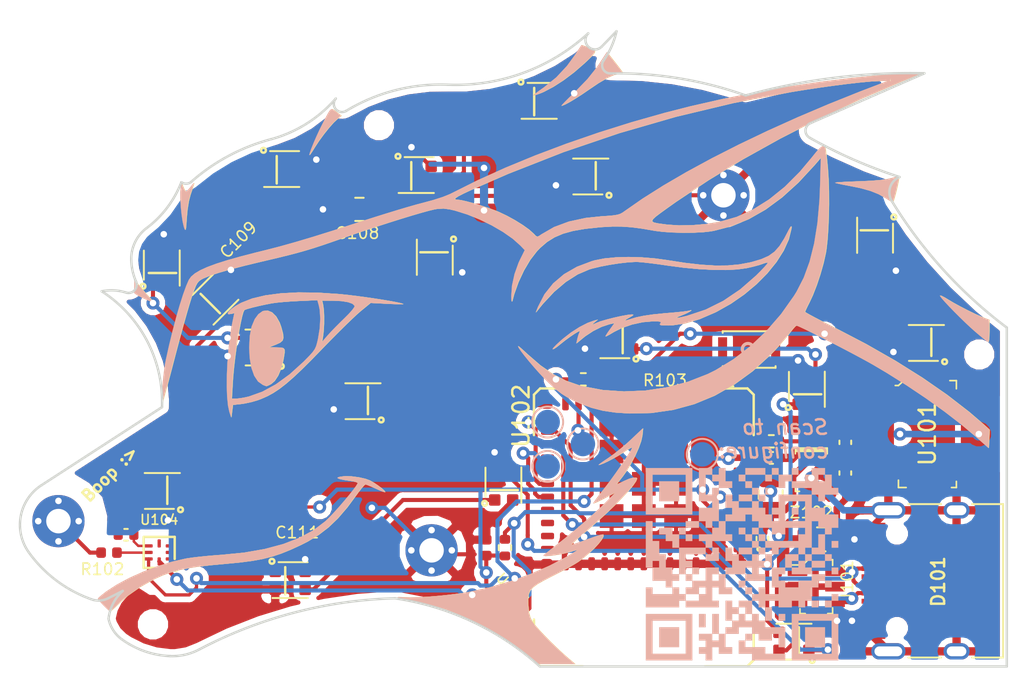
<source format=kicad_pcb>
(kicad_pcb (version 20171130) (host pcbnew 5.0.2+dfsg1-1)
  (layers (0 F.Cu signal) (31 B.Cu signal) (34 B.Paste user) (35 F.Paste user) (36 B.SilkS user) (37 F.SilkS user) (38 B.Mask user) (39 F.Mask user) (44 Edge.Cuts user))
  (net 0 "")
  (net 1 +5V)
  (net 2 +3V3)
  (net 3 GND)
  (net 4 /RESET)
  (net 5 "Net-(U102-Pad6)")
  (net 6 "Net-(U102-Pad16)")
  (net 7 "Net-(U102-Pad18)")
  (net 8 "Net-(J101-PadB5)")
  (net 9 "Net-(J101-PadA8)")
  (net 10 "Net-(J101-PadA5)")
  (net 11 "Net-(J101-PadB8)")
  (net 12 "Net-(D203-Pad2)")
  (net 13 "Net-(D201-Pad2)")
  (net 14 "Net-(D202-Pad2)")
  (net 15 "Net-(D204-Pad2)")
  (net 16 "Net-(D301-Pad2)")
  (net 17 "Net-(D303-Pad2)")
  (net 18 "Net-(D304-Pad2)")
  (net 19 "Net-(D305-Pad2)")
  (net 20 "Net-(D306-Pad4)")
  (net 21 "Net-(D306-Pad2)")
  (net 22 "Net-(D302-Pad2)")
  (net 23 "Net-(D308-Pad2)")
  (net 24 "Net-(D309-Pad2)")
  (net 25 "Net-(D310-Pad2)")
  (net 26 "Net-(C107-Pad2)")
  (net 27 "/Mane LEDs/ROW_2")
  (net 28 "/Body LEDs/IN")
  (net 29 "/Body LEDs/ROW2")
  (net 30 /LED_BANK_0)
  (net 31 "Net-(H103-Pad1)")
  (net 32 "Net-(R103-Pad2)")
  (net 33 /SDA)
  (net 34 /SCL)
  (net 35 /FW_RESET)
  (net 36 "Net-(U102-Pad13)")
  (net 37 "Net-(D101-Pad1)")
  (net 38 "Net-(D101-Pad3)")
  (net 39 /D-)
  (net 40 /D+)
  (net 41 "Net-(U102-Pad21)")
  (net 42 "Net-(R102-Pad2)")
  (net 43 "Net-(U104-Pad2)")
  (net 44 "Net-(U102-Pad19)")
  (net 45 "Net-(TP104-Pad1)")
  (net 46 "Net-(TP102-Pad1)")
  (net 47 "Net-(TP101-Pad1)")
  (module XasPrints:ESP32-C3-MINI (layer F.Cu) (at 148.9456 98.8568 180)
    (fp_text reference U102 (at 7.5184 4.1656 -90) (layer F.SilkS))
    (fp_text value C2838502)
    (pad 1 smd rect (at 1.975 1.975 180) (size 1.45 1.45) (layers F.Cu F.Mask) (net 3 GND) (thermal_gap 0.2))
    (pad 1 smd rect (at 0 1.975 180) (size 1.45 1.45) (layers F.Cu F.Mask) (net 3 GND) (thermal_gap 0.2))
    (pad 1 smd rect (at -1.975 1.975 180) (size 1.45 1.45) (layers F.Cu F.Mask) (net 3 GND) (thermal_gap 0.2))
    (pad 1 smd rect (at 1.975 0 180) (size 1.45 1.45) (layers F.Cu F.Mask) (net 3 GND) (thermal_gap 0.2))
    (pad 1 smd rect (at 0 0 180) (size 1.45 1.45) (layers F.Cu F.Mask) (net 3 GND) (thermal_gap 0.2))
    (pad 1 smd rect (at -1.975 0 180) (size 1.45 1.45) (layers F.Cu F.Mask) (net 3 GND) (thermal_gap 0.2))
    (pad 1 smd rect (at 1.975 -1.975 180) (size 1.45 1.45) (layers F.Cu F.Mask) (net 3 GND) (thermal_gap 0.2))
    (pad 1 smd rect (at 0 -1.975 180) (size 1.45 1.45) (layers F.Cu F.Mask) (net 3 GND) (thermal_gap 0.2))
    (pad 1 smd rect (at -1.975 -1.975 180) (size 1.45 1.45) (layers F.Cu F.Mask) (net 3 GND) (thermal_gap 0.2))
    (pad 1 smd roundrect (at 5.95 4.95 180) (size 0.7 0.7) (layers F.Cu F.Paste F.Mask) (net 3 GND))
    (pad 1 smd roundrect (at -5.95 4.95 180) (size 0.7 0.7) (layers F.Cu F.Paste F.Mask) (net 3 GND))
    (pad 1 smd roundrect (at 5.95 -4.95 180) (size 0.7 0.7) (layers F.Cu F.Paste F.Mask) (net 3 GND))
    (pad 1 smd roundrect (at -5.95 -4.95 180) (size 0.7 0.7) (layers F.Cu F.Paste F.Mask) (net 3 GND))
    (pad 35 smd roundrect (at 5.9 -4 180) (size 0.8 0.4) (layers F.Cu F.Paste F.Mask))
    (pad 29 smd roundrect (at 5.9 0.8 180) (size 0.8 0.4) (layers F.Cu F.Paste F.Mask))
    (pad 31 smd roundrect (at 5.9 -0.8 180) (size 0.8 0.4) (layers F.Cu F.Paste F.Mask) (net 47 "Net-(TP101-Pad1)"))
    (pad 30 smd roundrect (at 5.9 0 180) (size 0.8 0.4) (layers F.Cu F.Paste F.Mask) (net 46 "Net-(TP102-Pad1)"))
    (pad 32 smd roundrect (at 5.9 -1.6 180) (size 0.8 0.4) (layers F.Cu F.Paste F.Mask))
    (pad 28 smd roundrect (at 5.9 1.6 180) (size 0.8 0.4) (layers F.Cu F.Paste F.Mask))
    (pad 27 smd roundrect (at 5.9 2.4 180) (size 0.8 0.4) (layers F.Cu F.Paste F.Mask) (net 40 /D+))
    (pad 26 smd roundrect (at 5.9 3.2 180) (size 0.8 0.4) (layers F.Cu F.Paste F.Mask) (net 39 /D-))
    (pad 25 smd roundrect (at 5.9 4 180) (size 0.8 0.4) (layers F.Cu F.Paste F.Mask))
    (pad 33 smd roundrect (at 5.9 -2.4 180) (size 0.8 0.4) (layers F.Cu F.Paste F.Mask))
    (pad 34 smd roundrect (at 5.9 -3.2 180) (size 0.8 0.4) (layers F.Cu F.Paste F.Mask))
    (pad 1 smd roundrect (at -4.8 -4.9 180) (size 0.4 0.8) (layers F.Cu F.Paste F.Mask) (net 3 GND))
    (pad 1 smd roundrect (at -4 -4.9 180) (size 0.4 0.8) (layers F.Cu F.Paste F.Mask) (net 3 GND))
    (pad 1 smd roundrect (at -3.2 -4.9 180) (size 0.4 0.8) (layers F.Cu F.Paste F.Mask) (net 3 GND))
    (pad 1 smd roundrect (at -2.4 -4.9 180) (size 0.4 0.8) (layers F.Cu F.Paste F.Mask) (net 3 GND))
    (pad 1 smd roundrect (at -1.6 -4.9 180) (size 0.4 0.8) (layers F.Cu F.Paste F.Mask) (net 3 GND))
    (pad 1 smd roundrect (at -0.8 -4.9 180) (size 0.4 0.8) (layers F.Cu F.Paste F.Mask) (net 3 GND))
    (pad 1 smd roundrect (at 0 -4.9 180) (size 0.4 0.8) (layers F.Cu F.Paste F.Mask) (net 3 GND))
    (pad 12 smd roundrect (at -4.8 4.9 180) (size 0.4 0.8) (layers F.Cu F.Paste F.Mask) (net 35 /FW_RESET))
    (pad 13 smd roundrect (at -4 4.9 180) (size 0.4 0.8) (layers F.Cu F.Paste F.Mask) (net 36 "Net-(U102-Pad13)"))
    (pad 1 smd roundrect (at -3.2 4.9 180) (size 0.4 0.8) (layers F.Cu F.Paste F.Mask) (net 3 GND))
    (pad 15 smd roundrect (at -2.4 4.9 180) (size 0.4 0.8) (layers F.Cu F.Paste F.Mask))
    (pad 16 smd roundrect (at -1.6 4.9 180) (size 0.4 0.8) (layers F.Cu F.Paste F.Mask) (net 6 "Net-(U102-Pad16)"))
    (pad 17 smd roundrect (at -0.8 4.9 180) (size 0.4 0.8) (layers F.Cu F.Paste F.Mask))
    (pad 1 smd roundrect (at 4.8 -4.9 180) (size 0.4 0.8) (layers F.Cu F.Paste F.Mask) (net 3 GND))
    (pad 1 smd roundrect (at 4 -4.9 180) (size 0.4 0.8) (layers F.Cu F.Paste F.Mask) (net 3 GND))
    (pad 1 smd roundrect (at 3.2 -4.9 180) (size 0.4 0.8) (layers F.Cu F.Paste F.Mask) (net 3 GND))
    (pad 1 smd roundrect (at 2.4 -4.9 180) (size 0.4 0.8) (layers F.Cu F.Paste F.Mask) (net 3 GND))
    (pad 1 smd roundrect (at 1.6 -4.9 180) (size 0.4 0.8) (layers F.Cu F.Paste F.Mask) (net 3 GND))
    (pad 1 smd roundrect (at 0.8 -4.9 180) (size 0.4 0.8) (layers F.Cu F.Paste F.Mask) (net 3 GND))
    (pad 24 smd roundrect (at 4.8 4.9 180) (size 0.4 0.8) (layers F.Cu F.Paste F.Mask))
    (pad 23 smd roundrect (at 4 4.9 180) (size 0.4 0.8) (layers F.Cu F.Paste F.Mask) (net 45 "Net-(TP104-Pad1)"))
    (pad 22 smd roundrect (at 3.2 4.9 180) (size 0.4 0.8) (layers F.Cu F.Paste F.Mask) (net 33 /SDA))
    (pad 21 smd roundrect (at 2.4 4.9 180) (size 0.4 0.8) (layers F.Cu F.Paste F.Mask) (net 41 "Net-(U102-Pad21)"))
    (pad 20 smd roundrect (at 1.6 4.9 180) (size 0.4 0.8) (layers F.Cu F.Paste F.Mask) (net 32 "Net-(R103-Pad2)"))
    (pad 19 smd roundrect (at 0.8 4.9 180) (size 0.4 0.8) (layers F.Cu F.Paste F.Mask) (net 44 "Net-(U102-Pad19)"))
    (pad 1 smd roundrect (at -5.9 -4 180) (size 0.8 0.4) (layers F.Cu F.Paste F.Mask) (net 3 GND))
    (pad 1 smd roundrect (at -5.9 4 180) (size 0.8 0.4) (layers F.Cu F.Paste F.Mask) (net 3 GND))
    (pad 18 smd roundrect (at 0 4.9 180) (size 0.4 0.8) (layers F.Cu F.Paste F.Mask) (net 7 "Net-(U102-Pad18)"))
    (pad 1 smd roundrect (at -5.9 -3.2 180) (size 0.8 0.4) (layers F.Cu F.Paste F.Mask) (net 3 GND))
    (pad 3 smd roundrect (at -5.9 -2.4 180) (size 0.8 0.4) (layers F.Cu F.Paste F.Mask) (net 2 +3V3))
    (pad 4 smd roundrect (at -5.9 -1.6 180) (size 0.8 0.4) (layers F.Cu F.Paste F.Mask))
    (pad 5 smd roundrect (at -5.9 -0.8 180) (size 0.8 0.4) (layers F.Cu F.Paste F.Mask) (net 34 /SCL))
    (pad 10 smd roundrect (at -5.9 3.2 180) (size 0.8 0.4) (layers F.Cu F.Paste F.Mask))
    (pad 9 smd roundrect (at -5.9 2.4 180) (size 0.8 0.4) (layers F.Cu F.Paste F.Mask))
    (pad 8 smd roundrect (at -5.9 1.6 180) (size 0.8 0.4) (layers F.Cu F.Paste F.Mask) (net 4 /RESET))
    (pad 7 smd roundrect (at -5.9 0.8 180) (size 0.8 0.4) (layers F.Cu F.Paste F.Mask))
    (pad 6 smd roundrect (at -5.9 0 180) (size 0.8 0.4) (layers F.Cu F.Paste F.Mask) (net 5 "Net-(U102-Pad6)"))
  )
  (module TestPoint:TestPoint_Pad_D1.5mm (layer B.Cu) (at 145.2118 96.4184)
    (fp_text reference TP104 hide)
    (fp_text value TestPoint)
    (pad 1 smd circle (at 0 0) (size 1.5 1.5) (layers B.Cu B.Mask) (net 45 "Net-(TP104-Pad1)"))
  )
  (module TestPoint:TestPoint_Pad_D1.5mm (layer B.Cu) (at 152.527 97.0534 180)
    (fp_text reference TP103 hide)
    (fp_text value TestPoint)
    (pad 1 smd circle (at 0 0 180) (size 1.5 1.5) (layers B.Cu B.Mask) (net 4 /RESET))
  )
  (module TestPoint:TestPoint_Pad_D1.5mm (layer B.Cu) (at 143.0528 95.0722)
    (fp_text reference TP102 hide)
    (fp_text value TestPoint)
    (pad 1 smd circle (at 0 0) (size 1.5 1.5) (layers B.Cu B.Mask) (net 46 "Net-(TP102-Pad1)"))
  )
  (module TestPoint:TestPoint_Pad_D1.5mm (layer B.Cu) (at 143.0528 97.79)
    (fp_text reference TP101 hide)
    (fp_text value TestPoint)
    (pad 1 smd circle (at 0 0) (size 1.5 1.5) (layers B.Cu B.Mask) (net 47 "Net-(TP101-Pad1)"))
  )
  (module locals:dragon-silk-back (layer F.Cu) (at 140.1318 87.884)
    (fp_text reference SYM104 hide)
    (fp_text value SYM_Hot_Small hide)
  )
  (module XasPrints:QFN-8L (layer F.Cu) (at 119.253 103.0605 90)
    (fp_text reference U104 (at 2 0 180) (layer F.SilkS) (effects (font (size 0.6 0.6) (thickness 0.1))))
    (fp_text value AW9201)
    (pad 5 smd roundrect (at 0.4 -0.65 90) (size 0.2 0.5) (layers F.Cu F.Paste F.Mask) (net 26 "Net-(C107-Pad2)"))
    (pad 6 smd roundrect (at 0 -0.65 90) (size 0.2 0.5) (layers F.Cu F.Paste F.Mask) (net 42 "Net-(R102-Pad2)"))
    (pad 7 smd roundrect (at -0.4 -0.65 90) (size 0.2 0.5) (layers F.Cu F.Paste F.Mask) (net 33 /SDA))
    (pad 3 smd roundrect (at 0.4 0.65 90) (size 0.2 0.5) (layers F.Cu F.Paste F.Mask) (net 2 +3V3))
    (pad 2 smd roundrect (at 0 0.65 90) (size 0.2 0.5) (layers F.Cu F.Paste F.Mask) (net 43 "Net-(U104-Pad2)"))
    (pad 1 smd roundrect (at -0.4 0.65 90) (size 0.2 0.5) (layers F.Cu F.Paste F.Mask) (net 3 GND))
    (pad 4 smd roundrect (at 0.55 0 180) (size 0.2 0.5) (layers F.Cu F.Paste F.Mask))
    (pad 8 smd roundrect (at -0.55 0 180) (size 0.2 0.5) (layers F.Cu F.Paste F.Mask) (net 34 /SCL))
  )
  (module XasPrints:WSOF5 (layer F.Cu) (at 139.827 106.3625 45)
    (fp_text reference U103 (at 1.5 0 135) (layer F.SilkS) (effects (font (size 0.6 0.6) (thickness 0.1))))
    (fp_text value BH1721FVC)
    (pad 2 smd roundrect (at 0 0.7 45) (size 0.23 0.3) (layers F.Cu F.Paste F.Mask) (net 3 GND))
    (pad 3 smd roundrect (at 0.5 0.7 45) (size 0.23 0.3) (layers F.Cu F.Paste F.Mask) (net 33 /SDA))
    (pad 1 smd roundrect (at -0.5 0.7 45) (size 0.23 0.3) (layers F.Cu F.Paste F.Mask) (net 2 +3V3))
    (pad 4 smd roundrect (at 0.5 -0.7 45) (size 0.23 0.3) (layers F.Cu F.Paste F.Mask) (net 2 +3V3))
    (pad 5 smd roundrect (at -0.5 -0.7 45) (size 0.23 0.3) (layers F.Cu F.Paste F.Mask) (net 34 /SCL))
  )
  (module XasPrints:JLC_TOOLINGHOLE (layer F.Cu) (at 118.872 107.4674)
    (fp_text reference MNT103 hide)
    (fp_text value MountingHole)
    (pad "" np_thru_hole circle (at 0 0) (size 1.152 1.152) (drill 1.152) (layers *.Cu *.Mask) (clearance 0.249))
  )
  (module XasPrints:JLC_TOOLINGHOLE (layer F.Cu) (at 132.715 76.8858)
    (fp_text reference MNT102 hide)
    (fp_text value MountingHole)
    (pad "" np_thru_hole circle (at 0 0) (size 1.152 1.152) (drill 1.152) (layers *.Cu *.Mask) (clearance 0.249))
  )
  (module XasPrints:JLC_TOOLINGHOLE (layer F.Cu) (at 169.4942 90.932)
    (fp_text reference MNT101 hide)
    (fp_text value MountingHole)
    (pad "" np_thru_hole circle (at 0 0) (size 1.152 1.152) (drill 1.152) (layers *.Cu *.Mask) (clearance 0.249))
  )
  (module Resistor_SMD:R_0402_1005Metric (layer F.Cu) (at 140.4366 102.7684 90)
    (fp_text reference R106 hide)
    (fp_text value "10k 0402")
    (pad 1 smd roundrect (at -0.51 0 90) (size 0.54 0.64) (layers F.Cu F.Paste F.Mask) (net 2 +3V3))
    (pad 2 smd roundrect (at 0.51 0 90) (size 0.54 0.64) (layers F.Cu F.Paste F.Mask) (net 34 /SCL))
  )
  (module Resistor_SMD:R_0402_1005Metric (layer F.Cu) (at 145.2372 92.456)
    (fp_text reference R105 hide)
    (fp_text value "10k 0402")
    (pad 1 smd roundrect (at -0.51 0) (size 0.54 0.64) (layers F.Cu F.Paste F.Mask) (net 2 +3V3))
    (pad 2 smd roundrect (at 0.51 0) (size 0.54 0.64) (layers F.Cu F.Paste F.Mask) (net 33 /SDA))
  )
  (module XasPrints:WS2812B-2020 (layer F.Cu) (at 166.2557 90.2081)
    (fp_text reference D201 hide)
    (fp_text value C965555)
    (pad 4 smd roundrect (at -0.915 -0.55) (size 0.7 0.7) (layers F.Cu F.Paste F.Mask) (roundrect_rratio 0.14) (net 30 /LED_BANK_0))
    (pad 3 smd roundrect (at 0.915 -0.55) (size 0.7 0.7) (layers F.Cu F.Paste F.Mask) (roundrect_rratio 0.14) (net 3 GND))
    (pad 1 smd roundrect (at -0.915 0.55) (size 0.7 0.7) (layers F.Cu F.Paste F.Mask) (roundrect_rratio 0.14) (net 1 +5V))
    (pad 2 smd roundrect (at 0.915 0.55) (size 0.7 0.7) (layers F.Cu F.Paste F.Mask) (roundrect_rratio 0.14) (net 13 "Net-(D201-Pad2)"))
  )
  (module XasPrints:WS2812B-2020 (layer F.Cu) (at 119.4308 85.6361 270)
    (fp_text reference D206 hide)
    (fp_text value C965555)
    (pad 4 smd roundrect (at -0.915 -0.55 270) (size 0.7 0.7) (layers F.Cu F.Paste F.Mask) (roundrect_rratio 0.14) (net 27 "/Mane LEDs/ROW_2"))
    (pad 3 smd roundrect (at 0.915 -0.55 270) (size 0.7 0.7) (layers F.Cu F.Paste F.Mask) (roundrect_rratio 0.14) (net 3 GND))
    (pad 1 smd roundrect (at -0.915 0.55 270) (size 0.7 0.7) (layers F.Cu F.Paste F.Mask) (roundrect_rratio 0.14) (net 1 +5V))
    (pad 2 smd roundrect (at 0.915 0.55 270) (size 0.7 0.7) (layers F.Cu F.Paste F.Mask) (roundrect_rratio 0.14) (net 28 "/Body LEDs/IN"))
  )
  (module XasPrints:WS2812B-2020 (layer F.Cu) (at 136.1186 84.9757 90)
    (fp_text reference D305 hide)
    (fp_text value C965555)
    (pad 4 smd roundrect (at -0.915 -0.55 90) (size 0.7 0.7) (layers F.Cu F.Paste F.Mask) (roundrect_rratio 0.14) (net 18 "Net-(D304-Pad2)"))
    (pad 3 smd roundrect (at 0.915 -0.55 90) (size 0.7 0.7) (layers F.Cu F.Paste F.Mask) (roundrect_rratio 0.14) (net 3 GND))
    (pad 1 smd roundrect (at -0.915 0.55 90) (size 0.7 0.7) (layers F.Cu F.Paste F.Mask) (roundrect_rratio 0.14) (net 1 +5V))
    (pad 2 smd roundrect (at 0.915 0.55 90) (size 0.7 0.7) (layers F.Cu F.Paste F.Mask) (roundrect_rratio 0.14) (net 19 "Net-(D305-Pad2)"))
  )
  (module XasPrints:WS2812B-2020 (layer F.Cu) (at 125.6157 90.4875)
    (fp_text reference D301 hide)
    (fp_text value C965555)
    (pad 4 smd roundrect (at -0.915 -0.55) (size 0.7 0.7) (layers F.Cu F.Paste F.Mask) (roundrect_rratio 0.14) (net 28 "/Body LEDs/IN"))
    (pad 3 smd roundrect (at 0.915 -0.55) (size 0.7 0.7) (layers F.Cu F.Paste F.Mask) (roundrect_rratio 0.14) (net 3 GND))
    (pad 1 smd roundrect (at -0.915 0.55) (size 0.7 0.7) (layers F.Cu F.Paste F.Mask) (roundrect_rratio 0.14) (net 1 +5V))
    (pad 2 smd roundrect (at 0.915 0.55) (size 0.7 0.7) (layers F.Cu F.Paste F.Mask) (roundrect_rratio 0.14) (net 16 "Net-(D301-Pad2)"))
  )
  (module XasPrints:WS2812B-2020 (layer F.Cu) (at 122.5804 87.5792 225)
    (fp_text reference D302 hide)
    (fp_text value C965555)
    (pad 4 smd roundrect (at -0.915 -0.55 225) (size 0.7 0.7) (layers F.Cu F.Paste F.Mask) (roundrect_rratio 0.14) (net 16 "Net-(D301-Pad2)"))
    (pad 3 smd roundrect (at 0.915 -0.55 225) (size 0.7 0.7) (layers F.Cu F.Paste F.Mask) (roundrect_rratio 0.14) (net 3 GND))
    (pad 1 smd roundrect (at -0.915 0.55 225) (size 0.7 0.7) (layers F.Cu F.Paste F.Mask) (roundrect_rratio 0.14) (net 1 +5V))
    (pad 2 smd roundrect (at 0.915 0.55 225) (size 0.7 0.7) (layers F.Cu F.Paste F.Mask) (roundrect_rratio 0.14) (net 22 "Net-(D302-Pad2)"))
  )
  (module XasPrints:WS2812B-2020 (layer F.Cu) (at 119.4435 99.2759)
    (fp_text reference D303 hide)
    (fp_text value C965555)
    (pad 4 smd roundrect (at -0.915 -0.55) (size 0.7 0.7) (layers F.Cu F.Paste F.Mask) (roundrect_rratio 0.14) (net 22 "Net-(D302-Pad2)"))
    (pad 3 smd roundrect (at 0.915 -0.55) (size 0.7 0.7) (layers F.Cu F.Paste F.Mask) (roundrect_rratio 0.14) (net 3 GND))
    (pad 1 smd roundrect (at -0.915 0.55) (size 0.7 0.7) (layers F.Cu F.Paste F.Mask) (roundrect_rratio 0.14) (net 1 +5V))
    (pad 2 smd roundrect (at 0.915 0.55) (size 0.7 0.7) (layers F.Cu F.Paste F.Mask) (roundrect_rratio 0.14) (net 17 "Net-(D303-Pad2)"))
  )
  (module XasPrints:WS2812B-2020 (layer F.Cu) (at 131.7371 93.7768)
    (fp_text reference D304 hide)
    (fp_text value C965555)
    (pad 4 smd roundrect (at -0.915 -0.55) (size 0.7 0.7) (layers F.Cu F.Paste F.Mask) (roundrect_rratio 0.14) (net 17 "Net-(D303-Pad2)"))
    (pad 3 smd roundrect (at 0.915 -0.55) (size 0.7 0.7) (layers F.Cu F.Paste F.Mask) (roundrect_rratio 0.14) (net 3 GND))
    (pad 1 smd roundrect (at -0.915 0.55) (size 0.7 0.7) (layers F.Cu F.Paste F.Mask) (roundrect_rratio 0.14) (net 1 +5V))
    (pad 2 smd roundrect (at 0.915 0.55) (size 0.7 0.7) (layers F.Cu F.Paste F.Mask) (roundrect_rratio 0.14) (net 18 "Net-(D304-Pad2)"))
  )
  (module XasPrints:WS2812B-2020 (layer F.Cu) (at 147.3454 90.043)
    (fp_text reference D306 hide)
    (fp_text value C965555)
    (pad 4 smd roundrect (at -0.915 -0.55) (size 0.7 0.7) (layers F.Cu F.Paste F.Mask) (roundrect_rratio 0.14) (net 20 "Net-(D306-Pad4)"))
    (pad 3 smd roundrect (at 0.915 -0.55) (size 0.7 0.7) (layers F.Cu F.Paste F.Mask) (roundrect_rratio 0.14) (net 3 GND))
    (pad 1 smd roundrect (at -0.915 0.55) (size 0.7 0.7) (layers F.Cu F.Paste F.Mask) (roundrect_rratio 0.14) (net 1 +5V))
    (pad 2 smd roundrect (at 0.915 0.55) (size 0.7 0.7) (layers F.Cu F.Paste F.Mask) (roundrect_rratio 0.14) (net 21 "Net-(D306-Pad2)"))
  )
  (module XasPrints:WS2812B-2020 (layer F.Cu) (at 158.1404 108.5088)
    (fp_text reference D308 hide)
    (fp_text value C965555)
    (pad 4 smd roundrect (at -0.915 -0.55) (size 0.7 0.7) (layers F.Cu F.Paste F.Mask) (roundrect_rratio 0.14) (net 29 "/Body LEDs/ROW2"))
    (pad 3 smd roundrect (at 0.915 -0.55) (size 0.7 0.7) (layers F.Cu F.Paste F.Mask) (roundrect_rratio 0.14) (net 3 GND))
    (pad 1 smd roundrect (at -0.915 0.55) (size 0.7 0.7) (layers F.Cu F.Paste F.Mask) (roundrect_rratio 0.14) (net 1 +5V))
    (pad 2 smd roundrect (at 0.915 0.55) (size 0.7 0.7) (layers F.Cu F.Paste F.Mask) (roundrect_rratio 0.14) (net 23 "Net-(D308-Pad2)"))
  )
  (module XasPrints:WS2812B-2020 (layer F.Cu) (at 140.3604 98.933 270)
    (fp_text reference D309 hide)
    (fp_text value C965555)
    (pad 4 smd roundrect (at -0.915 -0.55 270) (size 0.7 0.7) (layers F.Cu F.Paste F.Mask) (roundrect_rratio 0.14) (net 23 "Net-(D308-Pad2)"))
    (pad 3 smd roundrect (at 0.915 -0.55 270) (size 0.7 0.7) (layers F.Cu F.Paste F.Mask) (roundrect_rratio 0.14) (net 3 GND))
    (pad 1 smd roundrect (at -0.915 0.55 270) (size 0.7 0.7) (layers F.Cu F.Paste F.Mask) (roundrect_rratio 0.14) (net 1 +5V))
    (pad 2 smd roundrect (at 0.915 0.55 270) (size 0.7 0.7) (layers F.Cu F.Paste F.Mask) (roundrect_rratio 0.14) (net 24 "Net-(D309-Pad2)"))
  )
  (module XasPrints:WS2812B-2020 (layer F.Cu) (at 127.2794 104.775 180)
    (fp_text reference D310 hide)
    (fp_text value C965555)
    (pad 4 smd roundrect (at -0.915 -0.55 180) (size 0.7 0.7) (layers F.Cu F.Paste F.Mask) (roundrect_rratio 0.14) (net 24 "Net-(D309-Pad2)"))
    (pad 3 smd roundrect (at 0.915 -0.55 180) (size 0.7 0.7) (layers F.Cu F.Paste F.Mask) (roundrect_rratio 0.14) (net 3 GND))
    (pad 1 smd roundrect (at -0.915 0.55 180) (size 0.7 0.7) (layers F.Cu F.Paste F.Mask) (roundrect_rratio 0.14) (net 1 +5V))
    (pad 2 smd roundrect (at 0.915 0.55 180) (size 0.7 0.7) (layers F.Cu F.Paste F.Mask) (roundrect_rratio 0.14) (net 25 "Net-(D310-Pad2)"))
  )
  (module XasPrints:WS2812B-2020 (layer F.Cu) (at 145.6944 80.01)
    (fp_text reference D312 hide)
    (fp_text value C965555)
    (pad 4 smd roundrect (at -0.915 -0.55) (size 0.7 0.7) (layers F.Cu F.Paste F.Mask) (roundrect_rratio 0.14) (net 19 "Net-(D305-Pad2)"))
    (pad 3 smd roundrect (at 0.915 -0.55) (size 0.7 0.7) (layers F.Cu F.Paste F.Mask) (roundrect_rratio 0.14) (net 3 GND))
    (pad 1 smd roundrect (at -0.915 0.55) (size 0.7 0.7) (layers F.Cu F.Paste F.Mask) (roundrect_rratio 0.14) (net 1 +5V))
    (pad 2 smd roundrect (at 0.915 0.55) (size 0.7 0.7) (layers F.Cu F.Paste F.Mask) (roundrect_rratio 0.14) (net 20 "Net-(D306-Pad4)"))
  )
  (module XasPrints:WS2812B-2020 (layer F.Cu) (at 135.001 79.9592 180)
    (fp_text reference D204 hide)
    (fp_text value C965555)
    (pad 4 smd roundrect (at -0.915 -0.55 180) (size 0.7 0.7) (layers F.Cu F.Paste F.Mask) (roundrect_rratio 0.14) (net 12 "Net-(D203-Pad2)"))
    (pad 3 smd roundrect (at 0.915 -0.55 180) (size 0.7 0.7) (layers F.Cu F.Paste F.Mask) (roundrect_rratio 0.14) (net 3 GND))
    (pad 1 smd roundrect (at -0.915 0.55 180) (size 0.7 0.7) (layers F.Cu F.Paste F.Mask) (roundrect_rratio 0.14) (net 1 +5V))
    (pad 2 smd roundrect (at 0.915 0.55 180) (size 0.7 0.7) (layers F.Cu F.Paste F.Mask) (roundrect_rratio 0.14) (net 15 "Net-(D204-Pad2)"))
  )
  (module XasPrints:WS2812B-2020 (layer F.Cu) (at 142.5321 75.4126 180)
    (fp_text reference D203 hide)
    (fp_text value C965555)
    (pad 4 smd roundrect (at -0.915 -0.55 180) (size 0.7 0.7) (layers F.Cu F.Paste F.Mask) (roundrect_rratio 0.14) (net 14 "Net-(D202-Pad2)"))
    (pad 3 smd roundrect (at 0.915 -0.55 180) (size 0.7 0.7) (layers F.Cu F.Paste F.Mask) (roundrect_rratio 0.14) (net 3 GND))
    (pad 1 smd roundrect (at -0.915 0.55 180) (size 0.7 0.7) (layers F.Cu F.Paste F.Mask) (roundrect_rratio 0.14) (net 1 +5V))
    (pad 2 smd roundrect (at 0.915 0.55 180) (size 0.7 0.7) (layers F.Cu F.Paste F.Mask) (roundrect_rratio 0.14) (net 12 "Net-(D203-Pad2)"))
  )
  (module XasPrints:WS2812B-2020 (layer F.Cu) (at 163.0934 83.6295 90)
    (fp_text reference D202 hide)
    (fp_text value C965555)
    (pad 4 smd roundrect (at -0.915 -0.55 90) (size 0.7 0.7) (layers F.Cu F.Paste F.Mask) (roundrect_rratio 0.14) (net 13 "Net-(D201-Pad2)"))
    (pad 3 smd roundrect (at 0.915 -0.55 90) (size 0.7 0.7) (layers F.Cu F.Paste F.Mask) (roundrect_rratio 0.14) (net 3 GND))
    (pad 1 smd roundrect (at -0.915 0.55 90) (size 0.7 0.7) (layers F.Cu F.Paste F.Mask) (roundrect_rratio 0.14) (net 1 +5V))
    (pad 2 smd roundrect (at 0.915 0.55 90) (size 0.7 0.7) (layers F.Cu F.Paste F.Mask) (roundrect_rratio 0.14) (net 14 "Net-(D202-Pad2)"))
  )
  (module XasPrints:WS2812B-2020 (layer F.Cu) (at 126.7587 79.5909 180)
    (fp_text reference D205 hide)
    (fp_text value C965555)
    (pad 4 smd roundrect (at -0.915 -0.55 180) (size 0.7 0.7) (layers F.Cu F.Paste F.Mask) (roundrect_rratio 0.14) (net 15 "Net-(D204-Pad2)"))
    (pad 3 smd roundrect (at 0.915 -0.55 180) (size 0.7 0.7) (layers F.Cu F.Paste F.Mask) (roundrect_rratio 0.14) (net 3 GND))
    (pad 1 smd roundrect (at -0.915 0.55 180) (size 0.7 0.7) (layers F.Cu F.Paste F.Mask) (roundrect_rratio 0.14) (net 1 +5V))
    (pad 2 smd roundrect (at 0.915 0.55 180) (size 0.7 0.7) (layers F.Cu F.Paste F.Mask) (roundrect_rratio 0.14) (net 27 "/Mane LEDs/ROW_2"))
  )
  (module XasPrints:WS2812B-2020 (layer F.Cu) (at 158.9532 93.0656 270)
    (fp_text reference D307 hide)
    (fp_text value C965555)
    (pad 4 smd roundrect (at -0.915 -0.55 270) (size 0.7 0.7) (layers F.Cu F.Paste F.Mask) (roundrect_rratio 0.14) (net 21 "Net-(D306-Pad2)"))
    (pad 3 smd roundrect (at 0.915 -0.55 270) (size 0.7 0.7) (layers F.Cu F.Paste F.Mask) (roundrect_rratio 0.14) (net 3 GND))
    (pad 1 smd roundrect (at -0.915 0.55 270) (size 0.7 0.7) (layers F.Cu F.Paste F.Mask) (roundrect_rratio 0.14) (net 1 +5V))
    (pad 2 smd roundrect (at 0.915 0.55 270) (size 0.7 0.7) (layers F.Cu F.Paste F.Mask) (roundrect_rratio 0.14) (net 29 "/Body LEDs/ROW2"))
  )
  (module Capacitor_SMD:C_0402_1005Metric (layer F.Cu) (at 117.221 101.981)
    (fp_text reference C107 hide)
    (fp_text value "10nF 0402")
    (pad 1 smd roundrect (at -0.48 0) (size 0.56 0.62) (layers F.Cu F.Paste F.Mask) (net 3 GND))
    (pad 2 smd roundrect (at 0.48 0) (size 0.56 0.62) (layers F.Cu F.Paste F.Mask) (net 26 "Net-(C107-Pad2)"))
  )
  (module digikey-footprints:SOT23-6L (layer F.Cu) (at 159.512 105.156 270)
    (fp_text reference D101 (at -0.3048 -7.4676 270) (layer F.SilkS) (effects (font (size 0.8 0.8))))
    (fp_text value C2827654)
    (pad 1 smd rect (at -0.95 1.15 270) (size 0.6 1.2) (layers F.Cu F.Paste F.Mask) (net 37 "Net-(D101-Pad1)"))
    (pad 2 smd rect (at 0 1.15 270) (size 0.6 1.2) (layers F.Cu F.Paste F.Mask) (net 3 GND))
    (pad 3 smd rect (at 0.95 1.15 270) (size 0.6 1.2) (layers F.Cu F.Paste F.Mask) (net 38 "Net-(D101-Pad3)"))
    (pad 4 smd rect (at 0.95 -1.15 270) (size 0.6 1.2) (layers F.Cu F.Paste F.Mask) (net 39 /D-))
    (pad 5 smd rect (at 0 -1.15 270) (size 0.6 1.2) (layers F.Cu F.Paste F.Mask) (net 1 +5V))
    (pad 6 smd rect (at -0.95 -1.15 270) (size 0.6 1.2) (layers F.Cu F.Paste F.Mask) (net 40 /D+))
  )
  (module digikey-footprints:SOD-123 (layer F.Cu) (at 159.2072 97.9932 270)
    (fp_text reference Z102 (at 2.6162 0 180) (layer F.SilkS) (effects (font (size 0.7 0.7) (thickness 0.1))))
    (fp_text value BRMMSZ5228B)
    (pad A smd rect (at 1.575 0 270) (size 0.9 0.95) (layers F.Cu F.Paste F.Mask) (net 3 GND))
    (pad K smd rect (at -1.575 0 270) (size 0.9 0.95) (layers F.Cu F.Paste F.Mask) (net 2 +3V3))
  )
  (module Resistor_SMD:R_0402_1005Metric (layer F.Cu) (at 147.828 92.5068 180)
    (fp_text reference R103 (at -2.413 -0.0127 180) (layer F.SilkS) (effects (font (size 0.7 0.7) (thickness 0.1))))
    (fp_text value "330R 0402")
    (pad 1 smd roundrect (at -0.485 0 180) (size 0.59 0.64) (layers F.Cu F.Paste F.Mask) (net 30 /LED_BANK_0))
    (pad 2 smd roundrect (at 0.485 0 180) (size 0.59 0.64) (layers F.Cu F.Paste F.Mask) (net 32 "Net-(R103-Pad2)"))
  )
  (module locals:config_q (layer B.Cu) (at 154.9654 103.7844)
    (fp_text reference SYM103 hide)
    (fp_text value SYM_Hot_Small hide)
  )
  (module XasPrints:DragonIcon_7mm_Solder (layer B.Cu) (at 136.6774 87.1474 180)
    (fp_text reference SYM102 hide)
    (fp_text value SYM_Hot_Small hide)
  )
  (module Resistor_SMD:R_0402_1005Metric (layer F.Cu) (at 154.2796 92.5068 180)
    (fp_text reference R104 hide)
    (fp_text value "10k 0402")
    (pad 1 smd roundrect (at -0.51 0 180) (size 0.54 0.64) (layers F.Cu F.Paste F.Mask) (net 2 +3V3))
    (pad 2 smd roundrect (at 0.51 0 180) (size 0.54 0.64) (layers F.Cu F.Paste F.Mask) (net 35 /FW_RESET))
  )
  (module Capacitor_SMD:C_0402_1005Metric (layer F.Cu) (at 139.2936 102.7684 90)
    (fp_text reference C112 hide)
    (fp_text value "100nF 0402")
    (pad 1 smd roundrect (at -0.485 0 90) (size 0.59 0.64) (layers F.Cu F.Paste F.Mask) (net 2 +3V3))
    (pad 2 smd roundrect (at 0.485 0 90) (size 0.59 0.64) (layers F.Cu F.Paste F.Mask) (net 3 GND))
  )
  (module Button_Switch_SMD:SW_SPST_CK_KXT3 (layer F.Cu) (at 155.3972 90.6272)
    (fp_text reference SW101 hide)
    (fp_text value "KXT 331 LHS")
    (pad 1 smd rect (at -1.625 0) (size 0.55 1.5) (layers F.Cu F.Paste F.Mask) (net 35 /FW_RESET))
    (pad 2 smd rect (at 1.625 0) (size 0.55 1.5) (layers F.Cu F.Paste F.Mask) (net 3 GND))
  )
  (module Resistor_SMD:R_0402_1005Metric (layer F.Cu) (at 116.1796 103.0732)
    (fp_text reference R102 (at -0.4064 1.016) (layer F.SilkS) (effects (font (size 0.7 0.7) (thickness 0.1))))
    (fp_text value "330R 0402")
    (pad 1 smd roundrect (at -0.485 0) (size 0.59 0.64) (layers F.Cu F.Paste F.Mask) (net 31 "Net-(H103-Pad1)"))
    (pad 2 smd roundrect (at 0.485 0) (size 0.59 0.64) (layers F.Cu F.Paste F.Mask) (net 42 "Net-(R102-Pad2)"))
  )
  (module Capacitor_SMD:C_0402_1005Metric (layer F.Cu) (at 127.7112 102.7684)
    (fp_text reference C111 (at 0 -0.9271) (layer F.SilkS) (effects (font (size 0.7 0.7) (thickness 0.1))))
    (fp_text value "100nF 0402")
    (pad 1 smd roundrect (at -0.485 0) (size 0.59 0.64) (layers F.Cu F.Paste F.Mask) (net 3 GND))
    (pad 2 smd roundrect (at 0.485 0) (size 0.59 0.64) (layers F.Cu F.Paste F.Mask) (net 1 +5V))
  )
  (module Capacitor_SMD:C_0402_1005Metric (layer F.Cu) (at 144.018 81.8896 180)
    (fp_text reference C110 hide)
    (fp_text value "100nF 0402")
    (pad 2 smd roundrect (at 0.485 0 180) (size 0.59 0.64) (layers F.Cu F.Paste F.Mask) (net 1 +5V))
    (pad 1 smd roundrect (at -0.485 0 180) (size 0.59 0.64) (layers F.Cu F.Paste F.Mask) (net 3 GND))
  )
  (module Capacitor_SMD:C_0402_1005Metric (layer F.Cu) (at 124.9172 84.5312 225)
    (fp_text reference C109 (at 0.143684 1.005789 225) (layer F.SilkS) (effects (font (size 0.7 0.7) (thickness 0.1))))
    (fp_text value "100nF 0402")
    (pad 1 smd roundrect (at -0.485 0 225) (size 0.59 0.64) (layers F.Cu F.Paste F.Mask) (net 3 GND))
    (pad 2 smd roundrect (at 0.485 0 225) (size 0.59 0.64) (layers F.Cu F.Paste F.Mask) (net 1 +5V))
  )
  (module Capacitor_SMD:C_0805_2012Metric (layer F.Cu) (at 131.5212 82.042 180)
    (fp_text reference C108 (at 0.125724 -1.454801 180) (layer F.SilkS) (effects (font (size 0.7 0.7) (thickness 0.1))))
    (fp_text value "22uF 0805")
    (pad 1 smd roundrect (at -0.937501 0 180) (size 0.975 1.4) (layers F.Cu F.Paste F.Mask) (net 3 GND))
    (pad 2 smd roundrect (at 0.937501 0 180) (size 0.975 1.4) (layers F.Cu F.Paste F.Mask) (net 1 +5V))
  )
  (module Capacitor_SMD:C_0805_2012Metric (layer F.Cu) (at 156.718 99.5172 270)
    (fp_text reference C101 hide)
    (fp_text value "22uF 0805")
    (pad 1 smd roundrect (at -0.95 0 270) (size 1 1.45) (layers F.Cu F.Paste F.Mask) (net 3 GND))
    (pad 2 smd roundrect (at 0.95 0 270) (size 1 1.45) (layers F.Cu F.Paste F.Mask) (net 2 +3V3))
  )
  (module locals:dragon-silk (layer F.Cu) (at 140.1572 87.884)
    (fp_text reference SYM101 hide)
    (fp_text value SYM_Hot_Small hide)
  )
  (module XasPrints:MountingHole_1.5mm_M1_Pad_Via (layer F.Cu) (at 135.9408 102.9335)
    (fp_text reference H102 hide)
    (fp_text value MountingHole_Pad)
    (pad 1 thru_hole circle (at 0 0) (size 3.2 3.2) (drill 1.5) (layers *.Cu *.Mask) (net 3 GND))
    (pad 1 thru_hole circle (at -1.24 0) (size 0.7 0.7) (drill 0.4) (layers *.Cu *.Mask) (net 3 GND))
    (pad 1 thru_hole circle (at 0 1.24) (size 0.7 0.7) (drill 0.4) (layers *.Cu *.Mask) (net 3 GND))
    (pad 1 thru_hole circle (at 1.24 0) (size 0.7 0.7) (drill 0.4) (layers *.Cu *.Mask) (net 3 GND))
    (pad 1 thru_hole circle (at 0 -1.24) (size 0.7 0.7) (drill 0.4) (layers *.Cu *.Mask) (net 3 GND))
  )
  (module XasPrints:MountingHole_1.5mm_M1_Pad_Via (layer F.Cu) (at 113.0808 101.1428)
    (fp_text reference H103 hide)
    (fp_text value MountingHole_Pad)
    (pad 1 thru_hole circle (at 0 -1.24) (size 0.7 0.7) (drill 0.4) (layers *.Cu *.Mask) (net 31 "Net-(H103-Pad1)"))
    (pad 1 thru_hole circle (at 1.24 0) (size 0.7 0.7) (drill 0.4) (layers *.Cu *.Mask) (net 31 "Net-(H103-Pad1)"))
    (pad 1 thru_hole circle (at 0 1.24) (size 0.7 0.7) (drill 0.4) (layers *.Cu *.Mask) (net 31 "Net-(H103-Pad1)"))
    (pad 1 thru_hole circle (at -1.24 0) (size 0.7 0.7) (drill 0.4) (layers *.Cu *.Mask) (net 31 "Net-(H103-Pad1)"))
    (pad 1 thru_hole circle (at 0 0) (size 3.2 3.2) (drill 1.5) (layers *.Cu *.Mask) (net 31 "Net-(H103-Pad1)"))
  )
  (module XasPrints:MountingHole_1.5mm_M1_Pad_Via (layer F.Cu) (at 153.8224 81.1784)
    (fp_text reference H101 hide)
    (fp_text value MountingHole_Pad)
    (pad 1 thru_hole circle (at 0 0) (size 3.2 3.2) (drill 1.5) (layers *.Cu *.Mask) (net 3 GND))
    (pad 1 thru_hole circle (at -1.24 0) (size 0.7 0.7) (drill 0.4) (layers *.Cu *.Mask) (net 3 GND))
    (pad 1 thru_hole circle (at 0 1.24) (size 0.7 0.7) (drill 0.4) (layers *.Cu *.Mask) (net 3 GND))
    (pad 1 thru_hole circle (at 1.24 0) (size 0.7 0.7) (drill 0.4) (layers *.Cu *.Mask) (net 3 GND))
    (pad 1 thru_hole circle (at 0 -1.24) (size 0.7 0.7) (drill 0.4) (layers *.Cu *.Mask) (net 3 GND))
  )
  (module Capacitor_SMD:C_0805_2012Metric (layer F.Cu) (at 159.8168 102.2604)
    (fp_text reference C104 hide)
    (fp_text value "22uF 0805")
    (pad 1 smd roundrect (at -0.95 0) (size 1 1.45) (layers F.Cu F.Paste F.Mask) (net 3 GND))
    (pad 2 smd roundrect (at 0.95 0) (size 1 1.45) (layers F.Cu F.Paste F.Mask) (net 1 +5V))
  )
  (module Capacitor_SMD:C_0402_1005Metric (layer F.Cu) (at 161.29 96.3168 90)
    (fp_text reference C106 hide)
    (fp_text value "100nF 0402")
    (pad 1 smd roundrect (at -0.48 0 90) (size 0.56 0.62) (layers F.Cu F.Paste F.Mask) (net 3 GND))
    (pad 2 smd roundrect (at 0.48 0 90) (size 0.56 0.62) (layers F.Cu F.Paste F.Mask) (net 2 +3V3))
  )
  (module Capacitor_SMD:C_0402_1005Metric (layer F.Cu) (at 161.29 98.1964 270)
    (fp_text reference C105 hide)
    (fp_text value "100nF 0402")
    (pad 2 smd roundrect (at 0.48 0 270) (size 0.56 0.62) (layers F.Cu F.Paste F.Mask) (net 1 +5V))
    (pad 1 smd roundrect (at -0.48 0 270) (size 0.56 0.62) (layers F.Cu F.Paste F.Mask) (net 3 GND))
  )
  (module Capacitor_SMD:C_0402_1005Metric (layer F.Cu) (at 156.7561 97.269299 180)
    (fp_text reference C103 hide)
    (fp_text value "100nF 0402")
    (pad 1 smd roundrect (at -0.48 0 180) (size 0.56 0.62) (layers F.Cu F.Paste F.Mask) (net 3 GND))
    (pad 2 smd roundrect (at 0.48 0 180) (size 0.56 0.62) (layers F.Cu F.Paste F.Mask) (net 4 /RESET))
  )
  (module Capacitor_SMD:C_0402_1005Metric (layer F.Cu) (at 156.21 102.2096 90)
    (fp_text reference C102 hide)
    (fp_text value "100nF 0402")
    (pad 2 smd roundrect (at 0.48 0 90) (size 0.56 0.62) (layers F.Cu F.Paste F.Mask) (net 2 +3V3))
    (pad 1 smd roundrect (at -0.48 0 90) (size 0.56 0.62) (layers F.Cu F.Paste F.Mask) (net 3 GND))
  )
  (module Connector_USB:USB_C_Receptacle_HRO_TYPE-C-31-M-12 (layer F.Cu) (at 167.0558 104.8004 90)
    (fp_text reference J101 (at 0 -5.645 90) (layer F.SilkS) (effects (font (size 0.7 0.7) (thickness 0.1))))
    (fp_text value C165948)
    (pad S1 thru_hole oval (at 4.32 1.05 90) (size 1 1.6) (drill oval 0.6 1.2) (layers *.Cu *.Mask) (net 3 GND))
    (pad "" np_thru_hole circle (at 2.89 -2.6 90) (size 0.65 0.65) (drill 0.65) (layers *.Cu *.Mask))
    (pad S1 thru_hole oval (at -4.32 1.05 90) (size 1 1.6) (drill oval 0.6 1.2) (layers *.Cu *.Mask) (net 3 GND))
    (pad "" np_thru_hole circle (at -2.89 -2.6 90) (size 0.65 0.65) (drill 0.65) (layers *.Cu *.Mask))
    (pad S1 thru_hole oval (at -4.32 -3.13 90) (size 1 2.1) (drill oval 0.6 1.7) (layers *.Cu *.Mask) (net 3 GND))
    (pad S1 thru_hole oval (at 4.32 -3.13 90) (size 1 2.1) (drill oval 0.6 1.7) (layers *.Cu *.Mask) (net 3 GND))
    (pad A6 smd rect (at -0.25 -4.045 90) (size 0.3 1.45) (layers F.Cu F.Paste F.Mask) (net 40 /D+))
    (pad B5 smd rect (at 1.75 -4.045 90) (size 0.3 1.45) (layers F.Cu F.Paste F.Mask) (net 8 "Net-(J101-PadB5)"))
    (pad A8 smd rect (at 1.25 -4.045 90) (size 0.3 1.45) (layers F.Cu F.Paste F.Mask) (net 9 "Net-(J101-PadA8)"))
    (pad B6 smd rect (at 0.75 -4.045 90) (size 0.3 1.45) (layers F.Cu F.Paste F.Mask) (net 40 /D+))
    (pad A7 smd rect (at 0.25 -4.045 90) (size 0.3 1.45) (layers F.Cu F.Paste F.Mask) (net 39 /D-))
    (pad B7 smd rect (at -0.75 -4.045 90) (size 0.3 1.45) (layers F.Cu F.Paste F.Mask) (net 39 /D-))
    (pad A5 smd rect (at -1.25 -4.045 90) (size 0.3 1.45) (layers F.Cu F.Paste F.Mask) (net 10 "Net-(J101-PadA5)"))
    (pad B8 smd rect (at -1.75 -4.045 90) (size 0.3 1.45) (layers F.Cu F.Paste F.Mask) (net 11 "Net-(J101-PadB8)"))
    (pad A12 smd rect (at 3.25 -4.045 90) (size 0.6 1.45) (layers F.Cu F.Paste F.Mask) (net 3 GND))
    (pad B4 smd rect (at 2.45 -4.045 90) (size 0.6 1.45) (layers F.Cu F.Paste F.Mask) (net 1 +5V))
    (pad A4 smd rect (at -2.45 -4.045 90) (size 0.6 1.45) (layers F.Cu F.Paste F.Mask) (net 1 +5V))
    (pad A1 smd rect (at -3.25 -4.045 90) (size 0.6 1.45) (layers F.Cu F.Paste F.Mask) (net 3 GND))
    (pad B12 smd rect (at -3.25 -4.045 90) (size 0.6 1.45) (layers F.Cu F.Paste F.Mask) (net 3 GND))
    (pad B9 smd rect (at -2.45 -4.045 90) (size 0.6 1.45) (layers F.Cu F.Paste F.Mask) (net 1 +5V))
    (pad A9 smd rect (at 2.45 -4.045 90) (size 0.6 1.45) (layers F.Cu F.Paste F.Mask) (net 1 +5V))
    (pad B1 smd rect (at 3.25 -4.045 90) (size 0.6 1.45) (layers F.Cu F.Paste F.Mask) (net 3 GND))
  )
  (module Resistor_SMD:R_0402_1005Metric (layer F.Cu) (at 156.7561 96.2533 180)
    (fp_text reference R101 hide)
    (fp_text value "10k 0402")
    (pad 1 smd roundrect (at -0.51 0 180) (size 0.54 0.64) (layers F.Cu F.Paste F.Mask) (net 2 +3V3))
    (pad 2 smd roundrect (at 0.51 0 180) (size 0.54 0.64) (layers F.Cu F.Paste F.Mask) (net 4 /RESET))
  )
  (module digikey-footprints:SOT-223 (layer F.Cu) (at 166.3192 95.8088 270)
    (fp_text reference U101 (at 0 0 90) (layer F.SilkS))
    (fp_text value C23984)
    (pad 3 smd rect (at 2.3 3.15 270) (size 1.5 2.2) (layers F.Cu F.Paste F.Mask) (net 1 +5V))
    (pad 2 smd rect (at 0 3.15 270) (size 1.5 2.2) (layers F.Cu F.Paste F.Mask) (net 2 +3V3))
    (pad 1 smd rect (at -2.3 3.15 270) (size 1.5 2.2) (layers F.Cu F.Paste F.Mask) (net 3 GND))
    (pad 4 smd rect (at 0 -3.15 270) (size 3.8 2.2) (layers F.Cu F.Paste F.Mask) (net 2 +3V3))
  )
  (gr_circle (center 155.321 90.6018) (end 155.575 90.8304) (layer B.SilkS) (width 0.2))
  (gr_text "Scan to \nconfigure:" (at 160.3756 96.1136) (layer B.SilkS) (effects (font (size 0.9 0.9) (thickness 0.15) italic) (justify left mirror)))
  (gr_text "Boop :>" (at 116.2304 98.2472 45) (layer F.SilkS) (effects (font (size 0.7 0.7))))
  (gr_arc (start 134.437 133.195) (end 133.69 105.871) (angle -26.216) (layer Edge.Cuts) (width 0.15))
  (gr_arc (start 120.064 105.913) (end 119.926 109.412) (angle -30.046) (layer Edge.Cuts) (width 0.15))
  (gr_arc (start 120.139 104.013) (end 116.952 108.376) (angle -33.877) (layer Edge.Cuts) (width 0.15))
  (gr_arc (start 118.163 106.718) (end 116.151 107.124) (angle -42.477) (layer Edge.Cuts) (width 0.15))
  (gr_arc (start 118.844 107.423) (end 117.019 105.42) (angle -41.324) (layer Edge.Cuts) (width 0.15))
  (gr_arc (start 131.211 122.689) (end 142.577 110.047) (angle -33.572) (layer Edge.Cuts) (width 0.15))
  (gr_line (start 142.577 110.047) (end 171.184 110.047) (angle 90) (layer Edge.Cuts) (width 0.15))
  (gr_line (start 171.184 110.047) (end 171.184 89.287) (angle 90) (layer Edge.Cuts) (width 0.15))
  (gr_line (start 117.019 105.42) (end 116.126 105.87) (angle 90) (layer Edge.Cuts) (width 0.15))
  (gr_arc (start 115.541 104.709) (end 115.11 105.936) (angle -46.092) (layer Edge.Cuts) (width 0.15))
  (gr_arc (start 113.611 101.369) (end 112.04 98.944) (angle -92.777) (layer Edge.Cuts) (width 0.15))
  (gr_arc (start 117.76 98.387) (end 111.264 103.056) (angle -34.951) (layer Edge.Cuts) (width 0.15))
  (gr_line (start 112.04 98.944) (end 119.425 94.161) (angle 90) (layer Edge.Cuts) (width 0.15))
  (gr_arc (start 111.361 93.845) (end 119.425 94.161) (angle -59.442) (layer Edge.Cuts) (width 0.15))
  (gr_arc (start 116.327 89.953) (end 117.223 87.141) (angle -29.277) (layer Edge.Cuts) (width 0.15))
  (gr_arc (start 117.375 86.664) (end 117.223 87.141) (angle -131.139) (layer Edge.Cuts) (width 0.15))
  (gr_arc (start 121.095 85.05) (end 117.541 85.152) (angle -21.818) (layer Edge.Cuts) (width 0.15))
  (gr_arc (start 119.913 85.084) (end 118.487 83.186) (angle -54.721) (layer Edge.Cuts) (width 0.15))
  (gr_arc (start 114.639 78.066) (end 118.487 83.186) (angle -31.898) (layer Edge.Cuts) (width 0.15))
  (gr_arc (start 120.899 79.97) (end 120.612 80.38) (angle -76.393) (layer Edge.Cuts) (width 0.15))
  (gr_arc (start 129.161 89.35) (end 126.077 77.753) (angle -26.481) (layer Edge.Cuts) (width 0.15))
  (gr_arc (start 124.021 70.022) (end 126.077 77.753) (angle -34.269) (layer Edge.Cuts) (width 0.15))
  (gr_arc (start 130.451 75.58) (end 130.073 75.253) (angle -162.039) (layer Edge.Cuts) (width 0.15))
  (gr_arc (start 136.486 85.544) (end 136.939 74.405) (angle -33.53) (layer Edge.Cuts) (width 0.15))
  (gr_arc (start 137.427 62.414) (end 136.939 74.405) (angle -44.834) (layer Edge.Cuts) (width 0.15))
  (gr_arc (start 145.948 71.668) (end 145.535 71.261) (angle -180.668) (layer Edge.Cuts) (width 0.15))
  (gr_arc (start 146.89 73.213) (end 146.481 72.926) (angle -126.098) (layer Edge.Cuts) (width 0.15))
  (gr_line (start 146.365 72.071) (end 147.271 71.131) (angle 90) (layer Edge.Cuts) (width 0.15))
  (gr_arc (start 142.389 70.053) (end 146.481 72.926) (angle -22.616) (layer Edge.Cuts) (width 0.15))
  (gr_arc (start 147.322 97.199) (end 155.185 75.064) (angle -20.588) (layer Edge.Cuts) (width 0.15))
  (gr_arc (start 165.276 111.596) (end 166.134 73.706) (angle -16.739) (layer Edge.Cuts) (width 0.15))
  (gr_arc (start 159.35 77.218) (end 159.15 76.76) (angle -127.022) (layer Edge.Cuts) (width 0.15))
  (gr_line (start 159.15 76.76) (end 166.134 73.706) (angle 90) (layer Edge.Cuts) (width 0.15))
  (gr_arc (start 173.815 51.508) (end 159.105 77.654) (angle -11.496) (layer Edge.Cuts) (width 0.15))
  (gr_arc (start 165.009 81) (end 164.611 80.061) (angle -98.43) (layer Edge.Cuts) (width 0.15))
  (gr_arc (start 187.945 66.983) (end 164.139 81.532) (angle -21.646) (layer Edge.Cuts) (width 0.15))
  (via (at 134.7089 78.232) (size 0.8) (drill 0.4) (layers F.Cu B.Cu) (net 1))
  (via (at 144.6784 74.93) (size 0.8) (drill 0.4) (layers F.Cu B.Cu) (net 1))
  (via (at 129.9464 94.2975) (size 0.8) (drill 0.4) (layers F.Cu B.Cu) (net 1))
  (via (at 164.3888 85.8012) (size 0.8) (drill 0.4) (layers F.Cu B.Cu) (net 1))
  (segment (start 163.6434 84.5445) (end 163.6434 85.0558) (width 0.25) (layer F.Cu) (net 1))
  (segment (start 163.6434 85.0558) (end 164.3888 85.8012) (width 0.25) (layer F.Cu) (net 1))
  (segment (start 144.611 74.8626) (end 144.6784 74.93) (width 0.25) (layer F.Cu) (net 1))
  (segment (start 143.4471 74.8626) (end 144.611 74.8626) (width 0.25) (layer F.Cu) (net 1))
  (segment (start 135.8861 79.4092) (end 134.7089 78.232) (width 0.25) (layer F.Cu) (net 1))
  (segment (start 135.916 79.4092) (end 135.8861 79.4092) (width 0.25) (layer F.Cu) (net 1))
  (segment (start 127.6737 79.0409) (end 128.8327 79.0409) (width 0.25) (layer F.Cu) (net 1))
  (via (at 128.8796 78.994) (size 0.8) (drill 0.4) (layers F.Cu B.Cu) (net 1))
  (segment (start 128.8327 79.0409) (end 128.8796 78.994) (width 0.25) (layer F.Cu) (net 1))
  (segment (start 130.7928 94.2975) (end 129.9464 94.2975) (width 0.25) (layer F.Cu) (net 1))
  (segment (start 130.8221 94.3268) (end 130.7928 94.2975) (width 0.25) (layer F.Cu) (net 1))
  (segment (start 118.8808 84.7211) (end 118.8808 84.2176) (width 0.25) (layer F.Cu) (net 1))
  (via (at 119.5324 83.566) (size 0.8) (drill 0.4) (layers F.Cu B.Cu) (net 1))
  (segment (start 118.8808 84.2176) (end 119.5324 83.566) (width 0.25) (layer F.Cu) (net 1))
  (via (at 123.6472 85.7504) (size 0.8) (drill 0.4) (layers F.Cu B.Cu) (net 1))
  (segment (start 122.838494 86.543289) (end 122.854311 86.543289) (width 0.25) (layer F.Cu) (net 1))
  (segment (start 122.854311 86.543289) (end 123.6472 85.7504) (width 0.25) (layer F.Cu) (net 1))
  (via (at 123.444 91.0336) (size 0.8) (drill 0.4) (layers F.Cu B.Cu) (net 1))
  (segment (start 124.7007 91.0375) (end 123.4479 91.0375) (width 0.25) (layer F.Cu) (net 1))
  (segment (start 123.4479 91.0375) (end 123.444 91.0336) (width 0.25) (layer F.Cu) (net 1))
  (via (at 143.5608 80.5688) (size 0.8) (drill 0.4) (layers F.Cu B.Cu) (net 1))
  (segment (start 144.7794 80.56) (end 143.5696 80.56) (width 0.25) (layer F.Cu) (net 1))
  (segment (start 143.5696 80.56) (end 143.5608 80.5688) (width 0.25) (layer F.Cu) (net 1))
  (via (at 119.7864 101.092) (size 0.8) (drill 0.4) (layers F.Cu B.Cu) (net 1))
  (segment (start 119.1768 101.092) (end 119.7864 101.092) (width 0.25) (layer F.Cu) (net 1))
  (segment (start 118.5285 99.8259) (end 118.5285 100.4437) (width 0.25) (layer F.Cu) (net 1))
  (segment (start 118.5285 100.4437) (end 119.1768 101.092) (width 0.25) (layer F.Cu) (net 1))
  (segment (start 162.6016 98.6764) (end 161.29 98.6764) (width 0.4) (layer F.Cu) (net 1))
  (segment (start 163.1692 98.1088) (end 162.6016 98.6764) (width 0.4) (layer F.Cu) (net 1))
  (segment (start 161.29 98.6764) (end 161.29 99.822) (width 0.4) (layer F.Cu) (net 1))
  (segment (start 160.7668 100.3452) (end 160.7668 102.2604) (width 0.4) (layer F.Cu) (net 1))
  (segment (start 161.29 99.822) (end 160.7668 100.3452) (width 0.4) (layer F.Cu) (net 1))
  (segment (start 162.9208 102.2604) (end 163.0108 102.3504) (width 0.4) (layer F.Cu) (net 1))
  (segment (start 160.7668 102.2604) (end 161.8488 102.2604) (width 0.4) (layer F.Cu) (net 1))
  (segment (start 160.7668 102.2604) (end 159.4612 103.566) (width 0.4) (layer F.Cu) (net 1))
  (segment (start 159.4612 106.6292) (end 160.0824 107.2504) (width 0.4) (layer F.Cu) (net 1))
  (segment (start 160.0824 107.2504) (end 160.782 107.2504) (width 0.4) (layer F.Cu) (net 1))
  (segment (start 160.662 105.156) (end 159.4612 105.156) (width 0.4) (layer F.Cu) (net 1))
  (segment (start 159.4612 103.566) (end 159.4612 105.156) (width 0.4) (layer F.Cu) (net 1))
  (segment (start 159.4612 105.156) (end 159.4612 106.6292) (width 0.4) (layer F.Cu) (net 1))
  (via (at 137.8204 85.9028) (size 0.8) (drill 0.4) (layers F.Cu B.Cu) (net 1))
  (segment (start 136.6686 85.8907) (end 137.8083 85.8907) (width 0.25) (layer F.Cu) (net 1))
  (segment (start 137.8083 85.8907) (end 137.8204 85.9028) (width 0.25) (layer F.Cu) (net 1))
  (via (at 129.286 82.042) (size 0.8) (drill 0.4) (layers F.Cu B.Cu) (net 1))
  (segment (start 130.583699 82.042) (end 129.286 82.042) (width 0.25) (layer F.Cu) (net 1))
  (segment (start 123.698 85.7504) (end 124.574253 84.874147) (width 0.25) (layer F.Cu) (net 1))
  (segment (start 123.6472 85.7504) (end 123.698 85.7504) (width 0.25) (layer F.Cu) (net 1))
  (segment (start 146.4304 90.593) (end 145.3554 90.593) (width 0.25) (layer F.Cu) (net 1))
  (via (at 145.3388 90.5764) (size 0.8) (drill 0.4) (layers F.Cu B.Cu) (net 1))
  (segment (start 145.3554 90.593) (end 145.3388 90.5764) (width 0.25) (layer F.Cu) (net 1))
  (segment (start 128.1962 104.2232) (end 128.1944 104.225) (width 0.25) (layer F.Cu) (net 1))
  (segment (start 128.1962 102.7684) (end 128.1962 103.4796) (width 0.25) (layer F.Cu) (net 1))
  (segment (start 157.6754 109.0588) (end 158.1912 108.543) (width 0.25) (layer F.Cu) (net 1))
  (segment (start 157.2254 109.0588) (end 157.6754 109.0588) (width 0.25) (layer F.Cu) (net 1))
  (segment (start 159.282774 106.6292) (end 159.4612 106.6292) (width 0.25) (layer F.Cu) (net 1))
  (segment (start 158.1912 107.720774) (end 159.282774 106.6292) (width 0.25) (layer F.Cu) (net 1))
  (segment (start 158.1912 108.543) (end 158.1912 107.720774) (width 0.25) (layer F.Cu) (net 1))
  (via (at 164.2364 90.7796) (size 0.8) (drill 0.4) (layers F.Cu B.Cu) (net 1))
  (segment (start 165.3407 90.7581) (end 164.2579 90.7581) (width 0.25) (layer F.Cu) (net 1))
  (segment (start 164.2579 90.7581) (end 164.2364 90.7796) (width 0.25) (layer F.Cu) (net 1))
  (via (at 158.3944 91.3014) (size 0.8) (drill 0.4) (layers F.Cu B.Cu) (net 1))
  (segment (start 158.4032 92.1506) (end 158.4032 91.3102) (width 0.25) (layer F.Cu) (net 1))
  (segment (start 158.4032 91.3102) (end 158.3944 91.3014) (width 0.25) (layer F.Cu) (net 1))
  (segment (start 163.0108 102.3504) (end 163.0108 102.3504) (width 0.4) (layer F.Cu) (net 1))
  (segment (start 161.8488 102.2604) (end 162.9208 102.2604) (width 0.4) (layer F.Cu) (net 1))
  (via (at 161.8488 102.2604) (size 0.8) (drill 0.4) (layers F.Cu B.Cu) (net 1))
  (segment (start 161.6964 107.2504) (end 163.0108 107.2504) (width 0.4) (layer F.Cu) (net 1))
  (via (at 161.6964 107.2504) (size 0.8) (drill 0.4) (layers F.Cu B.Cu) (net 1))
  (segment (start 160.782 107.2504) (end 161.6964 107.2504) (width 0.4) (layer F.Cu) (net 1))
  (via (at 160.782 107.2504) (size 0.8) (drill 0.4) (layers F.Cu B.Cu) (net 1))
  (via (at 139.8016 96.9264) (size 0.8) (drill 0.4) (layers F.Cu B.Cu) (net 1))
  (segment (start 139.8104 98.018) (end 139.8104 96.9352) (width 0.25) (layer F.Cu) (net 1))
  (segment (start 139.8104 96.9352) (end 139.8016 96.9264) (width 0.25) (layer F.Cu) (net 1))
  (segment (start 128.1962 103.4796) (end 128.1962 104.2232) (width 0.25) (layer F.Cu) (net 1))
  (via (at 128.1962 103.4796) (size 0.8) (drill 0.4) (layers F.Cu B.Cu) (net 1))
  (segment (start 143.5608 81.8618) (end 143.533 81.8896) (width 0.25) (layer F.Cu) (net 1))
  (segment (start 143.5608 80.5688) (end 143.5608 81.8618) (width 0.25) (layer F.Cu) (net 1))
  (segment (start 161.318 95.8088) (end 161.29 95.8368) (width 0.4) (layer F.Cu) (net 2))
  (segment (start 163.1692 95.8088) (end 161.318 95.8088) (width 0.4) (layer F.Cu) (net 2))
  (segment (start 160.0202 96.4182) (end 159.2072 96.4182) (width 0.4) (layer F.Cu) (net 2))
  (segment (start 161.29 95.8368) (end 160.6016 95.8368) (width 0.4) (layer F.Cu) (net 2))
  (segment (start 160.6016 95.8368) (end 160.0202 96.4182) (width 0.4) (layer F.Cu) (net 2))
  (segment (start 159.2072 97.2682) (end 158.0896 98.3858) (width 0.4) (layer F.Cu) (net 2))
  (segment (start 159.2072 96.4182) (end 159.2072 97.2682) (width 0.4) (layer F.Cu) (net 2))
  (segment (start 158.0896 98.3858) (end 158.0896 99.9744) (width 0.4) (layer F.Cu) (net 2))
  (segment (start 157.5968 100.4672) (end 156.718 100.4672) (width 0.4) (layer F.Cu) (net 2))
  (segment (start 158.0896 99.9744) (end 157.5968 100.4672) (width 0.4) (layer F.Cu) (net 2))
  (segment (start 156.1872 101.7524) (end 156.21 101.7296) (width 0.4) (layer F.Cu) (net 2))
  (segment (start 155.8036 101.7524) (end 156.1872 101.7524) (width 0.4) (layer F.Cu) (net 2))
  (segment (start 154.8456 101.2568) (end 155.308 101.2568) (width 0.4) (layer F.Cu) (net 2))
  (segment (start 155.308 101.2568) (end 155.8036 101.7524) (width 0.4) (layer F.Cu) (net 2))
  (segment (start 156.718 101.2216) (end 156.21 101.7296) (width 0.4) (layer F.Cu) (net 2))
  (segment (start 156.718 100.4672) (end 156.718 101.2216) (width 0.4) (layer F.Cu) (net 2))
  (segment (start 159.0423 96.2533) (end 159.2072 96.4182) (width 0.25) (layer F.Cu) (net 2))
  (segment (start 157.2661 96.2533) (end 159.0423 96.2533) (width 0.25) (layer F.Cu) (net 2))
  (via (at 164.6428 95.8088) (size 0.8) (drill 0.4) (layers F.Cu B.Cu) (net 2))
  (segment (start 163.1692 95.8088) (end 164.6428 95.8088) (width 0.25) (layer F.Cu) (net 2))
  (via (at 169.4692 95.8088) (size 0.8) (drill 0.4) (layers F.Cu B.Cu) (net 2))
  (segment (start 164.6428 95.8088) (end 169.4692 95.8088) (width 0.4) (layer B.Cu) (net 2))
  (segment (start 154.7896 92.5068) (end 155.6512 92.5068) (width 0.25) (layer F.Cu) (net 2))
  (segment (start 155.6512 92.5068) (end 156.21 93.0656) (width 0.25) (layer F.Cu) (net 2))
  (segment (start 156.21 93.0656) (end 156.21 94.3864) (width 0.25) (layer F.Cu) (net 2))
  (segment (start 157.2661 95.4425) (end 157.2661 96.2533) (width 0.25) (layer F.Cu) (net 2))
  (segment (start 156.21 94.3864) (end 157.2661 95.4425) (width 0.25) (layer F.Cu) (net 2))
  (segment (start 130.1496 99.2124) (end 129.0828 100.2792) (width 0.25) (layer B.Cu) (net 2))
  (via (at 139.2936 104.2924) (size 0.8) (drill 0.4) (layers F.Cu B.Cu) (net 2))
  (segment (start 138.938 99.2124) (end 138.938 103.9368) (width 0.25) (layer B.Cu) (net 2))
  (segment (start 138.938 103.9368) (end 139.2936 104.2924) (width 0.25) (layer B.Cu) (net 2))
  (segment (start 138.938 99.2124) (end 130.1496 99.2124) (width 0.25) (layer B.Cu) (net 2))
  (segment (start 139.2936 103.2534) (end 139.2936 104.2924) (width 0.25) (layer F.Cu) (net 2))
  (via (at 143.5608 92.456) (size 0.8) (drill 0.4) (layers F.Cu B.Cu) (net 2))
  (segment (start 144.7272 92.456) (end 143.5608 92.456) (width 0.25) (layer F.Cu) (net 2))
  (segment (start 143.160801 99.205999) (end 143.1544 99.2124) (width 0.25) (layer B.Cu) (net 2))
  (segment (start 143.1544 99.2124) (end 138.938 99.2124) (width 0.25) (layer B.Cu) (net 2))
  (segment (start 143.5608 93.021685) (end 148.844 98.304885) (width 0.25) (layer B.Cu) (net 2))
  (segment (start 143.5608 92.456) (end 143.5608 93.021685) (width 0.25) (layer B.Cu) (net 2))
  (segment (start 148.844 98.304885) (end 148.844 99.2124) (width 0.25) (layer B.Cu) (net 2))
  (via (at 152.5524 99.2124) (size 0.8) (drill 0.4) (layers F.Cu B.Cu) (net 2))
  (segment (start 148.844 99.2124) (end 152.5524 99.2124) (width 0.25) (layer B.Cu) (net 2))
  (segment (start 152.5524 99.8728) (end 152.5524 99.2124) (width 0.25) (layer F.Cu) (net 2))
  (segment (start 154.8456 101.2568) (end 153.9364 101.2568) (width 0.25) (layer F.Cu) (net 2))
  (segment (start 153.9364 101.2568) (end 152.5524 99.8728) (width 0.25) (layer F.Cu) (net 2))
  (segment (start 140.4116 103.2534) (end 140.4366 103.2784) (width 0.25) (layer F.Cu) (net 2))
  (segment (start 139.2936 103.2534) (end 140.4116 103.2534) (width 0.25) (layer F.Cu) (net 2))
  (segment (start 139.2936 105.121993) (end 139.685579 105.513972) (width 0.25) (layer F.Cu) (net 2))
  (segment (start 139.2936 104.2924) (end 139.2936 105.121993) (width 0.25) (layer F.Cu) (net 2))
  (segment (start 139.685579 106.928186) (end 139.968421 107.211028) (width 0.25) (layer F.Cu) (net 2))
  (segment (start 139.685579 105.513972) (end 139.685579 106.928186) (width 0.25) (layer F.Cu) (net 2))
  (segment (start 119.903 102.6605) (end 122.955 102.6605) (width 0.2) (layer F.Cu) (net 2))
  (via (at 129.0828 100.2792) (size 0.8) (drill 0.4) (layers F.Cu B.Cu) (net 2))
  (segment (start 122.955 102.6605) (end 125.3363 100.2792) (width 0.2) (layer F.Cu) (net 2))
  (segment (start 125.3363 100.2792) (end 129.0828 100.2792) (width 0.2) (layer F.Cu) (net 2))
  (segment (start 148.844 99.2124) (end 146.030802 99.2124) (width 0.25) (layer B.Cu) (net 2))
  (segment (start 146.030802 99.2124) (end 143.1544 99.2124) (width 0.25) (layer B.Cu) (net 2))
  (via (at 139.1539 79.502) (size 0.8) (drill 0.4) (layers F.Cu B.Cu) (net 3))
  (segment (start 139.1539 77.3258) (end 139.1539 79.502) (width 0.5) (layer F.Cu) (net 3))
  (segment (start 139.1539 79.502) (end 139.1539 80.067685) (width 0.5) (layer B.Cu) (net 3))
  (via (at 139.1539 82.1055) (size 0.8) (drill 0.4) (layers F.Cu B.Cu) (net 3))
  (segment (start 139.1539 80.067685) (end 139.1539 82.1055) (width 0.5) (layer B.Cu) (net 3))
  (segment (start 138.927813 79.275913) (end 139.1539 79.502) (width 0.3) (layer B.Cu) (net 3))
  (segment (start 135.887487 79.275913) (end 138.927813 79.275913) (width 0.3) (layer B.Cu) (net 3))
  (segment (start 139.1539 77.3258) (end 139.1539 76.9493) (width 0.25) (layer F.Cu) (net 3))
  (segment (start 140.1406 75.9626) (end 141.6171 75.9626) (width 0.25) (layer F.Cu) (net 3))
  (segment (start 139.1539 76.9493) (end 140.1406 75.9626) (width 0.25) (layer F.Cu) (net 3))
  (segment (start 132.2021 93.2268) (end 131.7752 93.6537) (width 0.25) (layer F.Cu) (net 3))
  (segment (start 132.6521 93.2268) (end 132.2021 93.2268) (width 0.25) (layer F.Cu) (net 3))
  (segment (start 131.7752 93.6537) (end 131.7752 95.0468) (width 0.25) (layer F.Cu) (net 3))
  (segment (start 120.3585 98.7259) (end 121.0779 98.7259) (width 0.25) (layer F.Cu) (net 3))
  (segment (start 163.0108 108.2054) (end 163.9258 109.1204) (width 0.5) (layer F.Cu) (net 3))
  (segment (start 163.0108 108.0504) (end 163.0108 108.2054) (width 0.5) (layer F.Cu) (net 3))
  (segment (start 157.2361 98.0491) (end 156.718 98.5672) (width 0.25) (layer F.Cu) (net 3))
  (segment (start 157.2361 97.269299) (end 157.2361 98.0491) (width 0.25) (layer F.Cu) (net 3))
  (via (at 156.718 99.314) (size 0.8) (drill 0.4) (layers F.Cu B.Cu) (net 3))
  (segment (start 156.718 98.5672) (end 156.718 99.314) (width 0.25) (layer F.Cu) (net 3))
  (via (at 159.2072 98.5012) (size 0.8) (drill 0.4) (layers F.Cu B.Cu) (net 3))
  (segment (start 159.2072 99.5682) (end 159.2072 98.5012) (width 0.25) (layer F.Cu) (net 3))
  (segment (start 159.2072 100.5332) (end 159.2072 99.5682) (width 0.25) (layer F.Cu) (net 3))
  (segment (start 158.8668 102.2604) (end 158.8668 100.8736) (width 0.25) (layer F.Cu) (net 3))
  (segment (start 158.8668 100.8736) (end 159.2072 100.5332) (width 0.25) (layer F.Cu) (net 3))
  (segment (start 117.602 97.4979) (end 117.602 99.9236) (width 0.5) (layer F.Cu) (net 3))
  (segment (start 120.8659 94.234) (end 117.602 97.4979) (width 0.5) (layer F.Cu) (net 3))
  (segment (start 122.322306 88.615111) (end 120.8659 90.071517) (width 0.5) (layer F.Cu) (net 3))
  (segment (start 120.8659 90.071517) (end 120.8659 94.234) (width 0.5) (layer F.Cu) (net 3))
  (segment (start 154.8956 102.1068) (end 154.8456 102.0568) (width 0.25) (layer F.Cu) (net 3))
  (segment (start 154.8956 103.8068) (end 154.8956 102.1068) (width 0.25) (layer F.Cu) (net 3))
  (segment (start 154.8456 102.8568) (end 155.4104 102.8568) (width 0.25) (layer F.Cu) (net 3))
  (segment (start 155.5776 102.6896) (end 156.21 102.6896) (width 0.25) (layer F.Cu) (net 3))
  (segment (start 155.4104 102.8568) (end 155.5776 102.6896) (width 0.25) (layer F.Cu) (net 3))
  (segment (start 156.21 102.6896) (end 157 102.6896) (width 0.25) (layer F.Cu) (net 3))
  (segment (start 157.4292 102.2604) (end 158.8668 102.2604) (width 0.25) (layer F.Cu) (net 3))
  (segment (start 157 102.6896) (end 157.4292 102.2604) (width 0.25) (layer F.Cu) (net 3))
  (segment (start 157.512 105.156) (end 158.362 105.156) (width 0.25) (layer F.Cu) (net 3))
  (segment (start 157.226 104.87) (end 157.512 105.156) (width 0.25) (layer F.Cu) (net 3))
  (segment (start 157 102.6896) (end 157.226 102.9156) (width 0.25) (layer F.Cu) (net 3))
  (segment (start 157.226 102.9156) (end 157.226 104.87) (width 0.25) (layer F.Cu) (net 3))
  (via (at 157.207542 102.052542) (size 0.8) (drill 0.4) (layers F.Cu B.Cu) (net 3))
  (segment (start 156.718 99.314) (end 156.718 101.563) (width 0.25) (layer B.Cu) (net 3))
  (segment (start 156.718 101.563) (end 157.207542 102.052542) (width 0.25) (layer B.Cu) (net 3))
  (segment (start 146.6094 79.46) (end 149.1576 79.46) (width 0.25) (layer F.Cu) (net 3))
  (segment (start 150.876 81.1784) (end 153.8224 81.1784) (width 0.25) (layer F.Cu) (net 3))
  (segment (start 149.1576 79.46) (end 150.876 81.1784) (width 0.25) (layer F.Cu) (net 3))
  (segment (start 163.0108 101.3954) (end 163.9258 100.4804) (width 0.4) (layer F.Cu) (net 3))
  (segment (start 163.0108 101.5504) (end 163.0108 101.3954) (width 0.4) (layer F.Cu) (net 3))
  (segment (start 142.9956 103.8068) (end 154.8956 103.8068) (width 0.4) (layer F.Cu) (net 3))
  (segment (start 137.1808 103.1748) (end 138.5824 103.1748) (width 0.25) (layer F.Cu) (net 3))
  (via (at 132.2832 100.33) (size 0.8) (drill 0.4) (layers F.Cu B.Cu) (net 3))
  (segment (start 135.9408 103.1748) (end 133.096 100.33) (width 0.25) (layer B.Cu) (net 3))
  (segment (start 133.096 100.33) (end 132.2832 100.33) (width 0.25) (layer B.Cu) (net 3))
  (segment (start 140.9104 99.848) (end 140.518394 100.240006) (width 0.25) (layer F.Cu) (net 3))
  (segment (start 140.518394 100.242232) (end 139.744826 101.0158) (width 0.25) (layer F.Cu) (net 3))
  (segment (start 140.518394 100.240006) (end 140.518394 100.242232) (width 0.25) (layer F.Cu) (net 3))
  (segment (start 139.744826 101.0158) (end 139.1158 101.0158) (width 0.25) (layer F.Cu) (net 3))
  (segment (start 142.2684 103.8068) (end 142.9956 103.8068) (width 0.25) (layer F.Cu) (net 3))
  (segment (start 141.9352 104.14) (end 142.2684 103.8068) (width 0.25) (layer F.Cu) (net 3))
  (segment (start 141.9352 106.4768) (end 141.9352 104.14) (width 0.25) (layer F.Cu) (net 3))
  (segment (start 141.377749 107.034251) (end 141.9352 106.4768) (width 0.25) (layer F.Cu) (net 3))
  (segment (start 140.321975 106.857475) (end 140.498751 107.034251) (width 0.25) (layer F.Cu) (net 3))
  (segment (start 140.498751 107.034251) (end 141.377749 107.034251) (width 0.25) (layer F.Cu) (net 3))
  (segment (start 119.903 103.4605) (end 121.393 103.4605) (width 0.2) (layer F.Cu) (net 3))
  (segment (start 146.9706 95.9068) (end 146.9644 95.9006) (width 0.25) (layer F.Cu) (net 3))
  (segment (start 146.9706 96.8818) (end 146.9706 95.9068) (width 0.25) (layer F.Cu) (net 3))
  (segment (start 146.9644 95.9006) (end 146.9644 95.3262) (width 0.25) (layer F.Cu) (net 3))
  (segment (start 146.9706 96.8818) (end 146.9706 102.1142) (width 0.25) (layer F.Cu) (net 3))
  (segment (start 146.9706 100.8318) (end 152.1144 100.8318) (width 0.25) (layer F.Cu) (net 3))
  (segment (start 146.9706 98.8568) (end 150.9206 98.8568) (width 0.25) (layer F.Cu) (net 3))
  (segment (start 148.9456 100.8318) (end 148.9456 95.631) (width 0.25) (layer F.Cu) (net 3))
  (segment (start 150.9206 100.8318) (end 150.9206 95.7134) (width 0.25) (layer F.Cu) (net 3))
  (segment (start 150.9206 100.8318) (end 150.9206 101.8986) (width 0.25) (layer F.Cu) (net 3))
  (segment (start 148.9456 101.8068) (end 149.4246 102.2858) (width 0.25) (layer F.Cu) (net 3))
  (segment (start 148.9456 100.8318) (end 148.9456 101.8068) (width 0.25) (layer F.Cu) (net 3))
  (segment (start 161.1864 100.4804) (end 163.9258 100.4804) (width 0.4) (layer B.Cu) (net 3))
  (segment (start 159.2072 98.5012) (end 161.1864 100.4804) (width 0.4) (layer B.Cu) (net 3))
  (segment (start 156.2461 97.239299) (end 156.2761 97.269299) (width 0.25) (layer F.Cu) (net 4))
  (segment (start 156.2461 96.2533) (end 156.2461 97.239299) (width 0.25) (layer F.Cu) (net 4))
  (segment (start 154.858099 97.269299) (end 154.8456 97.2568) (width 0.25) (layer F.Cu) (net 4))
  (segment (start 156.2761 97.269299) (end 154.858099 97.269299) (width 0.25) (layer F.Cu) (net 4))
  (via (at 154.1272 97.3074) (size 0.8) (drill 0.4) (layers F.Cu B.Cu) (net 4))
  (segment (start 154.8456 97.2568) (end 154.1778 97.2568) (width 0.25) (layer F.Cu) (net 4))
  (segment (start 154.1778 97.2568) (end 154.1272 97.3074) (width 0.25) (layer F.Cu) (net 4))
  (segment (start 152.781 97.3074) (end 152.527 97.0534) (width 0.25) (layer B.Cu) (net 4))
  (segment (start 154.1272 97.3074) (end 152.781 97.3074) (width 0.25) (layer B.Cu) (net 4))
  (segment (start 141.6171 74.8626) (end 140.1738 74.8626) (width 0.25) (layer F.Cu) (net 12))
  (segment (start 140.1738 74.8626) (end 137.922 77.1144) (width 0.25) (layer F.Cu) (net 12))
  (segment (start 137.922 77.1144) (end 137.922 79.756) (width 0.25) (layer F.Cu) (net 12))
  (segment (start 137.1688 80.5092) (end 135.916 80.5092) (width 0.25) (layer F.Cu) (net 12))
  (segment (start 137.922 79.756) (end 137.1688 80.5092) (width 0.25) (layer F.Cu) (net 12))
  (segment (start 162.5434 85.4798) (end 162.5434 84.5445) (width 0.25) (layer F.Cu) (net 13))
  (segment (start 166.263705 89.200105) (end 162.5434 85.4798) (width 0.25) (layer F.Cu) (net 13))
  (segment (start 166.263705 90.317705) (end 166.263705 89.200105) (width 0.25) (layer F.Cu) (net 13))
  (segment (start 167.1707 90.7581) (end 166.7041 90.7581) (width 0.25) (layer F.Cu) (net 13))
  (segment (start 166.7041 90.7581) (end 166.263705 90.317705) (width 0.25) (layer F.Cu) (net 13))
  (segment (start 163.6434 82.2645) (end 162.7097 81.3308) (width 0.25) (layer F.Cu) (net 14))
  (segment (start 163.6434 82.7145) (end 163.6434 82.2645) (width 0.25) (layer F.Cu) (net 14))
  (segment (start 162.7097 81.3308) (end 158.5976 81.3308) (width 0.25) (layer F.Cu) (net 14))
  (segment (start 153.2294 75.9626) (end 143.4471 75.9626) (width 0.25) (layer F.Cu) (net 14))
  (segment (start 158.5976 81.3308) (end 153.2294 75.9626) (width 0.25) (layer F.Cu) (net 14))
  (segment (start 133.636 79.4092) (end 134.086 79.4092) (width 0.25) (layer F.Cu) (net 15))
  (segment (start 132.376 79.4092) (end 133.636 79.4092) (width 0.25) (layer F.Cu) (net 15))
  (segment (start 127.6737 80.1409) (end 131.6443 80.1409) (width 0.25) (layer F.Cu) (net 15))
  (segment (start 131.6443 80.1409) (end 132.376 79.4092) (width 0.25) (layer F.Cu) (net 15))
  (segment (start 126.0807 91.0375) (end 125.6284 90.5852) (width 0.25) (layer F.Cu) (net 16))
  (segment (start 126.5307 91.0375) (end 126.0807 91.0375) (width 0.25) (layer F.Cu) (net 16))
  (segment (start 125.6284 89.333195) (end 123.616311 87.321106) (width 0.25) (layer F.Cu) (net 16))
  (segment (start 125.6284 90.5852) (end 125.6284 89.333195) (width 0.25) (layer F.Cu) (net 16))
  (segment (start 123.9432 93.2268) (end 130.8221 93.2268) (width 0.25) (layer F.Cu) (net 17))
  (segment (start 119.4816 99.399) (end 119.4816 97.6884) (width 0.25) (layer F.Cu) (net 17))
  (segment (start 120.3585 99.8259) (end 119.9085 99.8259) (width 0.25) (layer F.Cu) (net 17))
  (segment (start 119.4816 97.6884) (end 123.9432 93.2268) (width 0.25) (layer F.Cu) (net 17))
  (segment (start 119.9085 99.8259) (end 119.4816 99.399) (width 0.25) (layer F.Cu) (net 17))
  (segment (start 135.5686 85.8907) (end 135.5686 88.561) (width 0.25) (layer F.Cu) (net 18))
  (segment (start 135.5686 88.561) (end 133.6548 90.4748) (width 0.25) (layer F.Cu) (net 18))
  (segment (start 133.6548 90.4748) (end 133.6548 93.9292) (width 0.25) (layer F.Cu) (net 18))
  (segment (start 133.2572 94.3268) (end 132.6521 94.3268) (width 0.25) (layer F.Cu) (net 18))
  (segment (start 133.6548 93.9292) (end 133.2572 94.3268) (width 0.25) (layer F.Cu) (net 18))
  (segment (start 137.1854 81.2165) (end 139.9794 81.2165) (width 0.25) (layer F.Cu) (net 19))
  (segment (start 141.7059 79.49) (end 144.7494 79.49) (width 0.25) (layer F.Cu) (net 19))
  (segment (start 139.9794 81.2165) (end 141.7059 79.49) (width 0.25) (layer F.Cu) (net 19))
  (segment (start 136.6686 84.0607) (end 136.6686 81.7333) (width 0.25) (layer F.Cu) (net 19))
  (segment (start 144.7494 79.49) (end 144.7794 79.46) (width 0.25) (layer F.Cu) (net 19))
  (segment (start 136.6686 81.7333) (end 137.1854 81.2165) (width 0.25) (layer F.Cu) (net 19))
  (segment (start 146.4304 87.1988) (end 146.4304 89.493) (width 0.25) (layer F.Cu) (net 20))
  (segment (start 146.4304 85.2424) (end 146.4304 87.1988) (width 0.25) (layer F.Cu) (net 20))
  (segment (start 146.6094 80.56) (end 146.6094 85.0634) (width 0.25) (layer F.Cu) (net 20))
  (segment (start 146.6094 85.0634) (end 146.4304 85.2424) (width 0.25) (layer F.Cu) (net 20))
  (via (at 149.098 90.5764) (size 0.8) (drill 0.4) (layers F.Cu B.Cu) (net 21))
  (segment (start 148.2604 90.593) (end 149.0814 90.593) (width 0.25) (layer F.Cu) (net 21))
  (segment (start 149.0814 90.593) (end 149.098 90.5764) (width 0.25) (layer F.Cu) (net 21))
  (segment (start 149.098 90.5764) (end 159.004 90.5764) (width 0.25) (layer B.Cu) (net 21))
  (via (at 159.4612 90.932) (size 0.8) (drill 0.4) (layers F.Cu B.Cu) (net 21))
  (segment (start 159.004 90.5764) (end 159.3596 90.932) (width 0.25) (layer B.Cu) (net 21))
  (segment (start 159.3596 90.932) (end 159.4612 90.932) (width 0.25) (layer B.Cu) (net 21))
  (segment (start 159.4612 92.1086) (end 159.5032 92.1506) (width 0.25) (layer F.Cu) (net 21))
  (segment (start 159.4612 90.932) (end 159.4612 92.1086) (width 0.25) (layer F.Cu) (net 21))
  (segment (start 121.862686 87.519097) (end 122.520297 87.519097) (width 0.25) (layer F.Cu) (net 22))
  (segment (start 121.544489 87.837294) (end 121.862686 87.519097) (width 0.25) (layer F.Cu) (net 22))
  (segment (start 123.101698 88.100498) (end 123.101698 88.886702) (width 0.25) (layer F.Cu) (net 22))
  (segment (start 122.520297 87.519097) (end 123.101698 88.100498) (width 0.25) (layer F.Cu) (net 22))
  (segment (start 123.101698 88.886702) (end 121.5644 90.424) (width 0.25) (layer F.Cu) (net 22))
  (segment (start 121.5644 90.424) (end 121.5644 94.5388) (width 0.25) (layer F.Cu) (net 22))
  (segment (start 118.5285 97.5747) (end 118.5285 98.7259) (width 0.25) (layer F.Cu) (net 22))
  (segment (start 121.5644 94.5388) (end 118.5285 97.5747) (width 0.25) (layer F.Cu) (net 22))
  (via (at 160.2232 109.0168) (size 0.8) (drill 0.4) (layers F.Cu B.Cu) (net 23))
  (segment (start 159.0554 109.0588) (end 160.1812 109.0588) (width 0.25) (layer F.Cu) (net 23))
  (segment (start 160.1812 109.0588) (end 160.2232 109.0168) (width 0.25) (layer F.Cu) (net 23))
  (via (at 141.8336 102.5652) (size 0.8) (drill 0.4) (layers F.Cu B.Cu) (net 23))
  (segment (start 152.495199 102.965199) (end 142.233599 102.965199) (width 0.25) (layer B.Cu) (net 23))
  (segment (start 160.2232 109.0168) (end 158.5468 109.0168) (width 0.25) (layer B.Cu) (net 23))
  (segment (start 142.233599 102.965199) (end 141.8336 102.5652) (width 0.25) (layer B.Cu) (net 23))
  (segment (start 158.5468 109.0168) (end 152.495199 102.965199) (width 0.25) (layer B.Cu) (net 23))
  (segment (start 141.8336 101.999515) (end 141.8336 102.5652) (width 0.25) (layer F.Cu) (net 23))
  (segment (start 141.8336 99.5426) (end 141.8336 101.999515) (width 0.25) (layer F.Cu) (net 23))
  (segment (start 140.9104 98.018) (end 140.9104 98.6194) (width 0.25) (layer F.Cu) (net 23))
  (segment (start 140.9104 98.6194) (end 141.8336 99.5426) (width 0.25) (layer F.Cu) (net 23))
  (segment (start 128.7106 105.325) (end 128.1944 105.325) (width 0.25) (layer F.Cu) (net 24))
  (segment (start 139.8104 99.848) (end 134.1876 99.848) (width 0.25) (layer F.Cu) (net 24))
  (segment (start 134.1876 99.848) (end 128.7106 105.325) (width 0.25) (layer F.Cu) (net 24))
  (segment (start 117.9705 102.6605) (end 118.603 102.6605) (width 0.15) (layer F.Cu) (net 26))
  (segment (start 117.701 101.981) (end 117.701 102.391) (width 0.15) (layer F.Cu) (net 26))
  (segment (start 117.701 102.391) (end 117.9705 102.6605) (width 0.15) (layer F.Cu) (net 26))
  (segment (start 120.8532 83.8487) (end 119.9808 84.7211) (width 0.25) (layer F.Cu) (net 27))
  (segment (start 120.8532 82.6516) (end 120.8532 83.8487) (width 0.25) (layer F.Cu) (net 27))
  (segment (start 125.8437 79.0409) (end 124.4639 79.0409) (width 0.25) (layer F.Cu) (net 27))
  (segment (start 124.4639 79.0409) (end 120.8532 82.6516) (width 0.25) (layer F.Cu) (net 27))
  (segment (start 118.8808 87.0011) (end 118.872 87.0099) (width 0.25) (layer F.Cu) (net 28))
  (segment (start 118.8808 86.5511) (end 118.8808 87.0011) (width 0.25) (layer F.Cu) (net 28))
  (via (at 118.872 87.7824) (size 0.8) (drill 0.4) (layers F.Cu B.Cu) (net 28))
  (segment (start 118.872 87.0099) (end 118.872 87.7824) (width 0.25) (layer F.Cu) (net 28))
  (via (at 123.444 89.916) (size 0.8) (drill 0.4) (layers F.Cu B.Cu) (net 28))
  (segment (start 118.872 87.7824) (end 121.0056 89.916) (width 0.25) (layer B.Cu) (net 28))
  (segment (start 121.0056 89.916) (end 123.444 89.916) (width 0.25) (layer B.Cu) (net 28))
  (segment (start 124.6792 89.916) (end 124.7007 89.9375) (width 0.25) (layer F.Cu) (net 28))
  (segment (start 123.444 89.916) (end 124.6792 89.916) (width 0.25) (layer F.Cu) (net 28))
  (via (at 157.48 93.98) (size 0.8) (drill 0.4) (layers F.Cu B.Cu) (net 29))
  (segment (start 158.4032 93.9806) (end 157.4806 93.9806) (width 0.25) (layer F.Cu) (net 29))
  (segment (start 157.4806 93.9806) (end 157.48 93.98) (width 0.25) (layer F.Cu) (net 29))
  (via (at 156.50099 103.7844) (size 0.8) (drill 0.4) (layers F.Cu B.Cu) (net 29))
  (segment (start 156.50099 107.23439) (end 156.50099 104.350085) (width 0.25) (layer F.Cu) (net 29))
  (segment (start 157.2254 107.9588) (end 156.50099 107.23439) (width 0.25) (layer F.Cu) (net 29))
  (segment (start 156.50099 104.350085) (end 156.50099 103.7844) (width 0.25) (layer F.Cu) (net 29))
  (segment (start 157.9372 102.34819) (end 156.900989 103.384401) (width 0.25) (layer B.Cu) (net 29))
  (segment (start 156.900989 103.384401) (end 156.50099 103.7844) (width 0.25) (layer B.Cu) (net 29))
  (segment (start 157.48 93.98) (end 157.9372 94.4372) (width 0.25) (layer B.Cu) (net 29))
  (segment (start 157.9372 94.4372) (end 157.9372 102.34819) (width 0.25) (layer B.Cu) (net 29))
  (via (at 160.02 89.662002) (size 0.8) (drill 0.4) (layers F.Cu B.Cu) (net 30))
  (segment (start 160.023902 89.6581) (end 160.02 89.662002) (width 0.25) (layer F.Cu) (net 30))
  (segment (start 165.3407 89.6581) (end 160.023902 89.6581) (width 0.25) (layer F.Cu) (net 30))
  (via (at 151.7904 89.662) (size 0.8) (drill 0.4) (layers F.Cu B.Cu) (net 30))
  (segment (start 148.313 92.5068) (end 151.1578 89.662) (width 0.25) (layer F.Cu) (net 30))
  (segment (start 151.1578 89.662) (end 151.224715 89.662) (width 0.25) (layer F.Cu) (net 30))
  (segment (start 151.790402 89.662002) (end 151.7904 89.662) (width 0.25) (layer B.Cu) (net 30))
  (segment (start 151.224715 89.662) (end 151.7904 89.662) (width 0.25) (layer F.Cu) (net 30))
  (segment (start 160.02 89.662002) (end 151.790402 89.662002) (width 0.25) (layer B.Cu) (net 30))
  (segment (start 114.323 101.1428) (end 113.0808 101.1428) (width 0.25) (layer B.Cu) (net 31))
  (segment (start 115.0112 103.0732) (end 113.0808 101.1428) (width 0.25) (layer F.Cu) (net 31))
  (segment (start 115.6946 103.0732) (end 115.0112 103.0732) (width 0.25) (layer F.Cu) (net 31))
  (segment (start 147.343 93.9542) (end 147.3456 93.9568) (width 0.25) (layer F.Cu) (net 32))
  (segment (start 147.343 92.5068) (end 147.343 93.9542) (width 0.25) (layer F.Cu) (net 32))
  (segment (start 145.7472 93.9552) (end 145.7456 93.9568) (width 0.25) (layer F.Cu) (net 33))
  (segment (start 145.7472 92.456) (end 145.7472 93.9552) (width 0.25) (layer F.Cu) (net 33))
  (via (at 141.0335 104.648) (size 0.8) (drill 0.4) (layers F.Cu B.Cu) (net 33))
  (segment (start 140.675528 106.503921) (end 140.675528 105.005972) (width 0.25) (layer F.Cu) (net 33))
  (segment (start 140.675528 105.005972) (end 141.0335 104.648) (width 0.25) (layer F.Cu) (net 33))
  (via (at 121.539 104.648) (size 0.8) (drill 0.4) (layers F.Cu B.Cu) (net 33))
  (segment (start 118.603 103.6605) (end 118.603 103.4605) (width 0.2) (layer F.Cu) (net 33))
  (segment (start 118.603 104.633) (end 118.603 103.6605) (width 0.2) (layer F.Cu) (net 33))
  (segment (start 119.634 105.664) (end 118.603 104.633) (width 0.2) (layer F.Cu) (net 33))
  (segment (start 121.539 104.648) (end 121.539 105.213685) (width 0.2) (layer F.Cu) (net 33))
  (segment (start 121.088685 105.664) (end 119.634 105.664) (width 0.2) (layer F.Cu) (net 33))
  (segment (start 121.539 105.213685) (end 121.088685 105.664) (width 0.2) (layer F.Cu) (net 33))
  (segment (start 121.666 104.521) (end 121.539 104.648) (width 0.2) (layer B.Cu) (net 33))
  (segment (start 138.778001 104.938999) (end 121.829999 104.938999) (width 0.25) (layer B.Cu) (net 33))
  (segment (start 121.829999 104.938999) (end 121.539 104.648) (width 0.25) (layer B.Cu) (net 33))
  (segment (start 138.931502 105.0925) (end 138.778001 104.938999) (width 0.25) (layer B.Cu) (net 33))
  (segment (start 139.566502 105.0925) (end 138.931502 105.0925) (width 0.25) (layer B.Cu) (net 33))
  (segment (start 141.0335 104.648) (end 140.011002 104.648) (width 0.25) (layer B.Cu) (net 33))
  (segment (start 140.011002 104.648) (end 139.566502 105.0925) (width 0.25) (layer B.Cu) (net 33))
  (segment (start 145.688003 99.537411) (end 145.288004 99.93741) (width 0.25) (layer F.Cu) (net 33))
  (segment (start 145.7456 93.9568) (end 145.7456 99.479814) (width 0.25) (layer F.Cu) (net 33))
  (segment (start 141.15939 99.93741) (end 144.722319 99.93741) (width 0.25) (layer B.Cu) (net 33))
  (segment (start 145.7456 99.479814) (end 145.688003 99.537411) (width 0.25) (layer F.Cu) (net 33))
  (segment (start 144.722319 99.93741) (end 145.288004 99.93741) (width 0.25) (layer B.Cu) (net 33))
  (segment (start 139.9794 101.1174) (end 141.15939 99.93741) (width 0.25) (layer B.Cu) (net 33))
  (segment (start 139.9794 103.5939) (end 139.9794 101.1174) (width 0.25) (layer B.Cu) (net 33))
  (segment (start 141.0335 104.648) (end 139.9794 103.5939) (width 0.25) (layer B.Cu) (net 33))
  (via (at 145.288004 99.93741) (size 0.8) (drill 0.4) (layers F.Cu B.Cu) (net 33))
  (segment (start 140.971793 103.278193) (end 141.9352 104.2416) (width 0.25) (layer B.Cu) (net 34))
  (segment (start 140.971793 101.242607) (end 140.971793 103.278193) (width 0.25) (layer B.Cu) (net 34))
  (via (at 153.6192 99.6696) (size 0.8) (drill 0.4) (layers F.Cu B.Cu) (net 34))
  (segment (start 154.8328 99.6696) (end 154.8456 99.6568) (width 0.25) (layer F.Cu) (net 34))
  (segment (start 153.6192 99.6696) (end 154.8328 99.6696) (width 0.25) (layer F.Cu) (net 34))
  (segment (start 140.4366 102.2584) (end 140.4366 101.837906) (width 0.25) (layer F.Cu) (net 34))
  (via (at 141.001846 101.27266) (size 0.8) (drill 0.4) (layers F.Cu B.Cu) (net 34))
  (segment (start 140.4366 101.837906) (end 141.001846 101.27266) (width 0.25) (layer F.Cu) (net 34))
  (segment (start 141.001846 101.27266) (end 140.971793 101.242607) (width 0.25) (layer B.Cu) (net 34))
  (segment (start 141.9352 104.2416) (end 141.9352 105.6513) (width 0.25) (layer B.Cu) (net 34))
  (segment (start 141.9352 105.6513) (end 141.351 106.2355) (width 0.25) (layer B.Cu) (net 34))
  (via (at 138.43 105.664) (size 0.8) (drill 0.4) (layers F.Cu B.Cu) (net 34))
  (segment (start 141.351 106.2355) (end 139.0015 106.2355) (width 0.25) (layer B.Cu) (net 34))
  (segment (start 139.0015 106.2355) (end 138.43 105.664) (width 0.25) (layer B.Cu) (net 34))
  (segment (start 138.43 105.672607) (end 138.978472 106.221079) (width 0.25) (layer F.Cu) (net 34))
  (segment (start 138.43 105.664) (end 138.43 105.672607) (width 0.25) (layer F.Cu) (net 34))
  (via (at 120.332502 104.7115) (size 0.8) (drill 0.4) (layers F.Cu B.Cu) (net 34))
  (segment (start 137.591316 105.391001) (end 121.012003 105.391001) (width 0.25) (layer B.Cu) (net 34))
  (segment (start 119.253 103.6105) (end 120.332502 104.690002) (width 0.25) (layer F.Cu) (net 34))
  (segment (start 120.332502 104.690002) (end 120.332502 104.7115) (width 0.25) (layer F.Cu) (net 34))
  (segment (start 120.732501 105.111499) (end 120.332502 104.7115) (width 0.25) (layer B.Cu) (net 34))
  (segment (start 121.012003 105.391001) (end 120.732501 105.111499) (width 0.25) (layer B.Cu) (net 34))
  (segment (start 137.864315 105.664) (end 137.591316 105.391001) (width 0.25) (layer B.Cu) (net 34))
  (segment (start 138.43 105.664) (end 137.864315 105.664) (width 0.25) (layer B.Cu) (net 34))
  (segment (start 144.861592 100.584) (end 141.690506 100.584) (width 0.25) (layer B.Cu) (net 34))
  (segment (start 152.626389 100.662411) (end 144.940003 100.662411) (width 0.25) (layer B.Cu) (net 34))
  (segment (start 153.6192 99.6696) (end 152.626389 100.662411) (width 0.25) (layer B.Cu) (net 34))
  (segment (start 141.401845 100.872661) (end 141.001846 101.27266) (width 0.25) (layer B.Cu) (net 34))
  (segment (start 141.690506 100.584) (end 141.401845 100.872661) (width 0.25) (layer B.Cu) (net 34))
  (segment (start 144.940003 100.662411) (end 144.861592 100.584) (width 0.25) (layer B.Cu) (net 34))
  (segment (start 153.7456 92.5308) (end 153.7696 92.5068) (width 0.25) (layer F.Cu) (net 35))
  (segment (start 153.7456 93.9568) (end 153.7456 92.5308) (width 0.25) (layer F.Cu) (net 35))
  (segment (start 153.7696 90.6298) (end 153.7722 90.6272) (width 0.25) (layer F.Cu) (net 35))
  (segment (start 153.7696 92.5068) (end 153.7696 90.6298) (width 0.25) (layer F.Cu) (net 35))
  (segment (start 164.0452 105.5504) (end 163.0108 105.5504) (width 0.25) (layer F.Cu) (net 39))
  (segment (start 164.338 105.2576) (end 164.0452 105.5504) (width 0.25) (layer F.Cu) (net 39))
  (segment (start 164.338 104.8004) (end 164.338 105.2576) (width 0.25) (layer F.Cu) (net 39))
  (segment (start 163.0108 104.5504) (end 164.088 104.5504) (width 0.25) (layer F.Cu) (net 39))
  (segment (start 164.088 104.5504) (end 164.338 104.8004) (width 0.25) (layer F.Cu) (net 39))
  (segment (start 161.5084 106.106) (end 160.662 106.106) (width 0.25) (layer F.Cu) (net 39))
  (segment (start 163.0108 105.5504) (end 162.064 105.5504) (width 0.25) (layer F.Cu) (net 39))
  (via (at 161.686132 105.880398) (size 0.8) (drill 0.4) (layers F.Cu B.Cu) (net 39))
  (segment (start 161.69933 105.8672) (end 161.686132 105.880398) (width 0.25) (layer F.Cu) (net 39))
  (segment (start 161.7472 105.8672) (end 161.69933 105.8672) (width 0.25) (layer F.Cu) (net 39))
  (segment (start 161.7472 105.8672) (end 161.5084 106.106) (width 0.25) (layer F.Cu) (net 39))
  (segment (start 162.064 105.5504) (end 161.7472 105.8672) (width 0.25) (layer F.Cu) (net 39))
  (via (at 145.288 102.108) (size 0.8) (drill 0.4) (layers F.Cu B.Cu) (net 39))
  (segment (start 145.853685 102.108) (end 145.288 102.108) (width 0.25) (layer B.Cu) (net 39))
  (segment (start 152.4 102.108) (end 145.853685 102.108) (width 0.25) (layer B.Cu) (net 39))
  (segment (start 156.172398 105.880398) (end 152.4 102.108) (width 0.25) (layer B.Cu) (net 39))
  (segment (start 161.686132 105.880398) (end 156.172398 105.880398) (width 0.25) (layer B.Cu) (net 39))
  (segment (start 143.5456 95.6568) (end 144.461398 96.572598) (width 0.25) (layer F.Cu) (net 39))
  (segment (start 145.288 101.542315) (end 145.288 102.108) (width 0.25) (layer F.Cu) (net 39))
  (segment (start 143.0456 95.6568) (end 143.5456 95.6568) (width 0.25) (layer F.Cu) (net 39))
  (segment (start 144.461398 96.572598) (end 144.461398 100.171406) (width 0.25) (layer F.Cu) (net 39))
  (segment (start 144.461398 100.171406) (end 145.287991 100.997999) (width 0.25) (layer F.Cu) (net 39))
  (segment (start 145.288 101.072804) (end 145.288 101.542315) (width 0.25) (layer F.Cu) (net 39))
  (segment (start 145.287991 101.072795) (end 145.288 101.072804) (width 0.25) (layer F.Cu) (net 39))
  (segment (start 145.287991 100.997999) (end 145.287991 101.072795) (width 0.25) (layer F.Cu) (net 39))
  (segment (start 162.0358 105.0504) (end 161.798 104.8126) (width 0.25) (layer F.Cu) (net 40))
  (segment (start 163.0108 105.0504) (end 162.0358 105.0504) (width 0.25) (layer F.Cu) (net 40))
  (segment (start 162.0358 104.0504) (end 161.798 104.2882) (width 0.25) (layer F.Cu) (net 40))
  (segment (start 163.0108 104.0504) (end 162.0358 104.0504) (width 0.25) (layer F.Cu) (net 40))
  (segment (start 160.7442 104.2882) (end 160.662 104.206) (width 0.25) (layer F.Cu) (net 40))
  (segment (start 161.798 104.2882) (end 160.7442 104.2882) (width 0.25) (layer F.Cu) (net 40))
  (segment (start 161.723362 104.2882) (end 161.701067 104.265905) (width 0.25) (layer F.Cu) (net 40))
  (segment (start 161.798 104.2882) (end 161.723362 104.2882) (width 0.25) (layer F.Cu) (net 40))
  (via (at 161.701067 104.265905) (size 0.8) (drill 0.4) (layers F.Cu B.Cu) (net 40))
  (segment (start 161.798 104.8126) (end 161.701067 104.265905) (width 0.25) (layer F.Cu) (net 40))
  (via (at 144.56299 101.346) (size 0.8) (drill 0.4) (layers F.Cu B.Cu) (net 40))
  (segment (start 161.301068 104.665904) (end 155.7137 104.665904) (width 0.25) (layer B.Cu) (net 40))
  (segment (start 155.7137 104.665904) (end 152.393796 101.346) (width 0.25) (layer B.Cu) (net 40))
  (segment (start 152.393796 101.346) (end 145.128675 101.346) (width 0.25) (layer B.Cu) (net 40))
  (segment (start 145.128675 101.346) (end 144.56299 101.346) (width 0.25) (layer B.Cu) (net 40))
  (segment (start 161.701067 104.265905) (end 161.301068 104.665904) (width 0.25) (layer B.Cu) (net 40))
  (segment (start 144.011387 96.922587) (end 144.011387 100.794397) (width 0.25) (layer F.Cu) (net 40))
  (segment (start 144.011387 100.794397) (end 144.162991 100.946001) (width 0.25) (layer F.Cu) (net 40))
  (segment (start 143.0456 96.4568) (end 143.5456 96.4568) (width 0.25) (layer F.Cu) (net 40))
  (segment (start 143.5456 96.4568) (end 144.011387 96.922587) (width 0.25) (layer F.Cu) (net 40))
  (segment (start 144.162991 100.946001) (end 144.56299 101.346) (width 0.25) (layer F.Cu) (net 40))
  (segment (start 118.5903 103.0732) (end 118.603 103.0605) (width 0.15) (layer F.Cu) (net 42))
  (segment (start 116.6646 103.0732) (end 118.5903 103.0732) (width 0.15) (layer F.Cu) (net 42))
  (via (at 144.907 95.5802) (size 0.8) (drill 0.4) (layers F.Cu B.Cu) (net 45))
  (segment (start 144.9456 93.9568) (end 144.9456 95.5416) (width 0.25) (layer F.Cu) (net 45))
  (segment (start 144.9456 95.5416) (end 144.907 95.5802) (width 0.25) (layer F.Cu) (net 45))
  (segment (start 144.907 96.1136) (end 145.2118 96.4184) (width 0.25) (layer B.Cu) (net 45))
  (segment (start 144.907 95.5802) (end 144.907 96.1136) (width 0.25) (layer B.Cu) (net 45))
  (segment (start 142.3162 98.6274) (end 142.3162 96.393) (width 0.25) (layer F.Cu) (net 46))
  (segment (start 143.0456 98.8568) (end 142.5456 98.8568) (width 0.25) (layer F.Cu) (net 46))
  (segment (start 142.5456 98.8568) (end 142.3162 98.6274) (width 0.25) (layer F.Cu) (net 46))
  (via (at 141.859 95.0722) (size 0.8) (drill 0.4) (layers F.Cu B.Cu) (net 46))
  (segment (start 142.3162 96.393) (end 142.3162 95.5294) (width 0.25) (layer F.Cu) (net 46))
  (segment (start 142.3162 95.5294) (end 141.859 95.0722) (width 0.25) (layer F.Cu) (net 46))
  (segment (start 141.859 95.0722) (end 143.0528 95.0722) (width 0.25) (layer B.Cu) (net 46))
  (segment (start 143.0456 99.6568) (end 142.4812 99.6568) (width 0.25) (layer F.Cu) (net 47))
  (segment (start 142.28361 99.45921) (end 142.28361 99.28141) (width 0.25) (layer F.Cu) (net 47))
  (segment (start 142.4812 99.6568) (end 142.28361 99.45921) (width 0.25) (layer F.Cu) (net 47))
  (segment (start 142.28361 99.28141) (end 141.859 98.8568) (width 0.25) (layer F.Cu) (net 47))
  (via (at 141.5542 96.9772) (size 0.8) (drill 0.4) (layers F.Cu B.Cu) (net 47))
  (segment (start 141.859 98.8568) (end 141.859 97.282) (width 0.25) (layer F.Cu) (net 47))
  (segment (start 141.859 97.282) (end 141.5542 96.9772) (width 0.25) (layer F.Cu) (net 47))
  (segment (start 142.24 96.9772) (end 143.0528 97.79) (width 0.25) (layer B.Cu) (net 47))
  (segment (start 141.5542 96.9772) (end 142.24 96.9772) (width 0.25) (layer B.Cu) (net 47))
  (zone (net 3) (net_name GND) (layer F.Cu) (connect_pads (clearance 0.35)) (min_thickness 0.254) (fill yes (arc_segments 16) (thermal_gap 0.508) (thermal_bridge_width 0.508))
    (polygon (pts (xy 171.9834 110.871) (xy 171.9834 69.215) (xy 109.4994 69.342) (xy 109.4994 110.871)))
  )
  (zone (net 1) (net_name +5V) (layer B.Cu) (connect_pads (clearance 0.35)) (min_thickness 0.254) (fill yes (arc_segments 16) (thermal_gap 0.508) (thermal_bridge_width 0.508))
    (polygon (pts (xy 172.2374 111.060843) (xy 172.2374 69.404843) (xy 109.7534 69.531843) (xy 109.7534 111.060843)))
  )
  (zone (net 0) (net_name "") (layers F&B.Cu) (connect_pads (clearance 0.35)) (min_thickness 0.254)
    (keepout (tracks allowed) (vias allowed) (copperpour not_allowed))
    (fill (arc_segments 16) (thermal_gap 0.508) (thermal_bridge_width 0.508))
    (polygon (pts (xy 142.494 110.0836) (xy 155.6512 110.0328) (xy 155.7147 104.2543) (xy 142.5448 104.2416) (xy 136.4996 106.4768)))
  )
  (zone (net 0) (net_name "") (layers F&B.Cu) (connect_pads (clearance 0.35)) (min_thickness 0.254)
    (keepout (tracks allowed) (vias allowed) (copperpour not_allowed))
    (fill (arc_segments 16) (thermal_gap 0.508) (thermal_bridge_width 0.508))
    (polygon (pts (xy 111.7092 103.632) (xy 112.9284 104.0384) (xy 114.3 103.8352) (xy 115.316 103.124) (xy 116.0272 102.108) (xy 116.078 100.838) (xy 115.7732 99.6696) (xy 114.9604 98.806) (xy 114.046 98.2472) (xy 113.03 98.1964) (xy 109.982 98.1964) (xy 110.1344 102.8192)))
  )
  (zone (net 0) (net_name "") (layers F&B.Cu) (connect_pads (clearance 0.35)) (min_thickness 0.254)
    (keepout (tracks allowed) (vias allowed) (copperpour not_allowed))
    (fill (arc_segments 16) (thermal_gap 0.508) (thermal_bridge_width 0.508))
    (polygon (pts (xy 112.9284 104.0384) (xy 116.1288 104.0384) (xy 118.6688 105.664) (xy 119.8372 105.664) (xy 119.8372 101.6508) (xy 118.11 101.6508) (xy 117.6528 102.0064) (xy 115.6208 102.0064)))
  )
)
</source>
